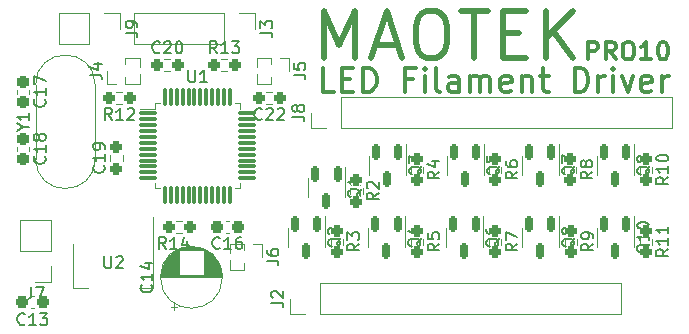
<source format=gbr>
%TF.GenerationSoftware,KiCad,Pcbnew,7.0.9*%
%TF.CreationDate,2025-01-22T01:01:42+01:00*%
%TF.ProjectId,MaotekEDP,4d616f74-656b-4454-9450-2e6b69636164,rev?*%
%TF.SameCoordinates,Original*%
%TF.FileFunction,Legend,Top*%
%TF.FilePolarity,Positive*%
%FSLAX46Y46*%
G04 Gerber Fmt 4.6, Leading zero omitted, Abs format (unit mm)*
G04 Created by KiCad (PCBNEW 7.0.9) date 2025-01-22 01:01:42*
%MOMM*%
%LPD*%
G01*
G04 APERTURE LIST*
G04 Aperture macros list*
%AMRoundRect*
0 Rectangle with rounded corners*
0 $1 Rounding radius*
0 $2 $3 $4 $5 $6 $7 $8 $9 X,Y pos of 4 corners*
0 Add a 4 corners polygon primitive as box body*
4,1,4,$2,$3,$4,$5,$6,$7,$8,$9,$2,$3,0*
0 Add four circle primitives for the rounded corners*
1,1,$1+$1,$2,$3*
1,1,$1+$1,$4,$5*
1,1,$1+$1,$6,$7*
1,1,$1+$1,$8,$9*
0 Add four rect primitives between the rounded corners*
20,1,$1+$1,$2,$3,$4,$5,0*
20,1,$1+$1,$4,$5,$6,$7,0*
20,1,$1+$1,$6,$7,$8,$9,0*
20,1,$1+$1,$8,$9,$2,$3,0*%
G04 Aperture macros list end*
%ADD10C,0.300000*%
%ADD11C,0.350000*%
%ADD12C,0.500000*%
%ADD13C,0.150000*%
%ADD14C,0.120000*%
%ADD15R,1.700000X1.700000*%
%ADD16O,1.700000X1.700000*%
%ADD17C,1.500000*%
%ADD18RoundRect,0.237500X-0.300000X-0.237500X0.300000X-0.237500X0.300000X0.237500X-0.300000X0.237500X0*%
%ADD19RoundRect,0.237500X0.237500X-0.250000X0.237500X0.250000X-0.237500X0.250000X-0.237500X-0.250000X0*%
%ADD20RoundRect,0.237500X-0.237500X0.250000X-0.237500X-0.250000X0.237500X-0.250000X0.237500X0.250000X0*%
%ADD21RoundRect,0.237500X0.250000X0.237500X-0.250000X0.237500X-0.250000X-0.237500X0.250000X-0.237500X0*%
%ADD22RoundRect,0.150000X-0.150000X0.512500X-0.150000X-0.512500X0.150000X-0.512500X0.150000X0.512500X0*%
%ADD23R,1.000000X1.000000*%
%ADD24O,1.000000X1.000000*%
%ADD25RoundRect,0.237500X-0.237500X0.300000X-0.237500X-0.300000X0.237500X-0.300000X0.237500X0.300000X0*%
%ADD26RoundRect,0.237500X0.300000X0.237500X-0.300000X0.237500X-0.300000X-0.237500X0.300000X-0.237500X0*%
%ADD27R,1.600000X1.600000*%
%ADD28C,1.600000*%
%ADD29RoundRect,0.075000X-0.662500X-0.075000X0.662500X-0.075000X0.662500X0.075000X-0.662500X0.075000X0*%
%ADD30RoundRect,0.075000X-0.075000X-0.662500X0.075000X-0.662500X0.075000X0.662500X-0.075000X0.662500X0*%
%ADD31RoundRect,0.237500X-0.250000X-0.237500X0.250000X-0.237500X0.250000X0.237500X-0.250000X0.237500X0*%
%ADD32R,1.500000X2.000000*%
%ADD33R,3.800000X2.000000*%
G04 APERTURE END LIST*
D10*
X197658510Y-52886828D02*
X197658510Y-51386828D01*
X197658510Y-51386828D02*
X198229939Y-51386828D01*
X198229939Y-51386828D02*
X198372796Y-51458257D01*
X198372796Y-51458257D02*
X198444225Y-51529685D01*
X198444225Y-51529685D02*
X198515653Y-51672542D01*
X198515653Y-51672542D02*
X198515653Y-51886828D01*
X198515653Y-51886828D02*
X198444225Y-52029685D01*
X198444225Y-52029685D02*
X198372796Y-52101114D01*
X198372796Y-52101114D02*
X198229939Y-52172542D01*
X198229939Y-52172542D02*
X197658510Y-52172542D01*
X200015653Y-52886828D02*
X199515653Y-52172542D01*
X199158510Y-52886828D02*
X199158510Y-51386828D01*
X199158510Y-51386828D02*
X199729939Y-51386828D01*
X199729939Y-51386828D02*
X199872796Y-51458257D01*
X199872796Y-51458257D02*
X199944225Y-51529685D01*
X199944225Y-51529685D02*
X200015653Y-51672542D01*
X200015653Y-51672542D02*
X200015653Y-51886828D01*
X200015653Y-51886828D02*
X199944225Y-52029685D01*
X199944225Y-52029685D02*
X199872796Y-52101114D01*
X199872796Y-52101114D02*
X199729939Y-52172542D01*
X199729939Y-52172542D02*
X199158510Y-52172542D01*
X200944225Y-51386828D02*
X201229939Y-51386828D01*
X201229939Y-51386828D02*
X201372796Y-51458257D01*
X201372796Y-51458257D02*
X201515653Y-51601114D01*
X201515653Y-51601114D02*
X201587082Y-51886828D01*
X201587082Y-51886828D02*
X201587082Y-52386828D01*
X201587082Y-52386828D02*
X201515653Y-52672542D01*
X201515653Y-52672542D02*
X201372796Y-52815400D01*
X201372796Y-52815400D02*
X201229939Y-52886828D01*
X201229939Y-52886828D02*
X200944225Y-52886828D01*
X200944225Y-52886828D02*
X200801368Y-52815400D01*
X200801368Y-52815400D02*
X200658510Y-52672542D01*
X200658510Y-52672542D02*
X200587082Y-52386828D01*
X200587082Y-52386828D02*
X200587082Y-51886828D01*
X200587082Y-51886828D02*
X200658510Y-51601114D01*
X200658510Y-51601114D02*
X200801368Y-51458257D01*
X200801368Y-51458257D02*
X200944225Y-51386828D01*
X203015654Y-52886828D02*
X202158511Y-52886828D01*
X202587082Y-52886828D02*
X202587082Y-51386828D01*
X202587082Y-51386828D02*
X202444225Y-51601114D01*
X202444225Y-51601114D02*
X202301368Y-51743971D01*
X202301368Y-51743971D02*
X202158511Y-51815400D01*
X203944225Y-51386828D02*
X204087082Y-51386828D01*
X204087082Y-51386828D02*
X204229939Y-51458257D01*
X204229939Y-51458257D02*
X204301368Y-51529685D01*
X204301368Y-51529685D02*
X204372796Y-51672542D01*
X204372796Y-51672542D02*
X204444225Y-51958257D01*
X204444225Y-51958257D02*
X204444225Y-52315400D01*
X204444225Y-52315400D02*
X204372796Y-52601114D01*
X204372796Y-52601114D02*
X204301368Y-52743971D01*
X204301368Y-52743971D02*
X204229939Y-52815400D01*
X204229939Y-52815400D02*
X204087082Y-52886828D01*
X204087082Y-52886828D02*
X203944225Y-52886828D01*
X203944225Y-52886828D02*
X203801368Y-52815400D01*
X203801368Y-52815400D02*
X203729939Y-52743971D01*
X203729939Y-52743971D02*
X203658510Y-52601114D01*
X203658510Y-52601114D02*
X203587082Y-52315400D01*
X203587082Y-52315400D02*
X203587082Y-51958257D01*
X203587082Y-51958257D02*
X203658510Y-51672542D01*
X203658510Y-51672542D02*
X203729939Y-51529685D01*
X203729939Y-51529685D02*
X203801368Y-51458257D01*
X203801368Y-51458257D02*
X203944225Y-51386828D01*
D11*
X176156834Y-55617038D02*
X175204453Y-55617038D01*
X175204453Y-55617038D02*
X175204453Y-53617038D01*
X176823501Y-54569419D02*
X177490168Y-54569419D01*
X177775882Y-55617038D02*
X176823501Y-55617038D01*
X176823501Y-55617038D02*
X176823501Y-53617038D01*
X176823501Y-53617038D02*
X177775882Y-53617038D01*
X178633025Y-55617038D02*
X178633025Y-53617038D01*
X178633025Y-53617038D02*
X179109215Y-53617038D01*
X179109215Y-53617038D02*
X179394930Y-53712276D01*
X179394930Y-53712276D02*
X179585406Y-53902752D01*
X179585406Y-53902752D02*
X179680644Y-54093228D01*
X179680644Y-54093228D02*
X179775882Y-54474180D01*
X179775882Y-54474180D02*
X179775882Y-54759895D01*
X179775882Y-54759895D02*
X179680644Y-55140847D01*
X179680644Y-55140847D02*
X179585406Y-55331323D01*
X179585406Y-55331323D02*
X179394930Y-55521800D01*
X179394930Y-55521800D02*
X179109215Y-55617038D01*
X179109215Y-55617038D02*
X178633025Y-55617038D01*
X182823502Y-54569419D02*
X182156835Y-54569419D01*
X182156835Y-55617038D02*
X182156835Y-53617038D01*
X182156835Y-53617038D02*
X183109216Y-53617038D01*
X183871121Y-55617038D02*
X183871121Y-54283704D01*
X183871121Y-53617038D02*
X183775883Y-53712276D01*
X183775883Y-53712276D02*
X183871121Y-53807514D01*
X183871121Y-53807514D02*
X183966359Y-53712276D01*
X183966359Y-53712276D02*
X183871121Y-53617038D01*
X183871121Y-53617038D02*
X183871121Y-53807514D01*
X185109216Y-55617038D02*
X184918740Y-55521800D01*
X184918740Y-55521800D02*
X184823502Y-55331323D01*
X184823502Y-55331323D02*
X184823502Y-53617038D01*
X186728264Y-55617038D02*
X186728264Y-54569419D01*
X186728264Y-54569419D02*
X186633026Y-54378942D01*
X186633026Y-54378942D02*
X186442550Y-54283704D01*
X186442550Y-54283704D02*
X186061597Y-54283704D01*
X186061597Y-54283704D02*
X185871121Y-54378942D01*
X186728264Y-55521800D02*
X186537788Y-55617038D01*
X186537788Y-55617038D02*
X186061597Y-55617038D01*
X186061597Y-55617038D02*
X185871121Y-55521800D01*
X185871121Y-55521800D02*
X185775883Y-55331323D01*
X185775883Y-55331323D02*
X185775883Y-55140847D01*
X185775883Y-55140847D02*
X185871121Y-54950371D01*
X185871121Y-54950371D02*
X186061597Y-54855133D01*
X186061597Y-54855133D02*
X186537788Y-54855133D01*
X186537788Y-54855133D02*
X186728264Y-54759895D01*
X187680645Y-55617038D02*
X187680645Y-54283704D01*
X187680645Y-54474180D02*
X187775883Y-54378942D01*
X187775883Y-54378942D02*
X187966359Y-54283704D01*
X187966359Y-54283704D02*
X188252074Y-54283704D01*
X188252074Y-54283704D02*
X188442550Y-54378942D01*
X188442550Y-54378942D02*
X188537788Y-54569419D01*
X188537788Y-54569419D02*
X188537788Y-55617038D01*
X188537788Y-54569419D02*
X188633026Y-54378942D01*
X188633026Y-54378942D02*
X188823502Y-54283704D01*
X188823502Y-54283704D02*
X189109216Y-54283704D01*
X189109216Y-54283704D02*
X189299693Y-54378942D01*
X189299693Y-54378942D02*
X189394931Y-54569419D01*
X189394931Y-54569419D02*
X189394931Y-55617038D01*
X191109217Y-55521800D02*
X190918741Y-55617038D01*
X190918741Y-55617038D02*
X190537788Y-55617038D01*
X190537788Y-55617038D02*
X190347312Y-55521800D01*
X190347312Y-55521800D02*
X190252074Y-55331323D01*
X190252074Y-55331323D02*
X190252074Y-54569419D01*
X190252074Y-54569419D02*
X190347312Y-54378942D01*
X190347312Y-54378942D02*
X190537788Y-54283704D01*
X190537788Y-54283704D02*
X190918741Y-54283704D01*
X190918741Y-54283704D02*
X191109217Y-54378942D01*
X191109217Y-54378942D02*
X191204455Y-54569419D01*
X191204455Y-54569419D02*
X191204455Y-54759895D01*
X191204455Y-54759895D02*
X190252074Y-54950371D01*
X192061598Y-54283704D02*
X192061598Y-55617038D01*
X192061598Y-54474180D02*
X192156836Y-54378942D01*
X192156836Y-54378942D02*
X192347312Y-54283704D01*
X192347312Y-54283704D02*
X192633027Y-54283704D01*
X192633027Y-54283704D02*
X192823503Y-54378942D01*
X192823503Y-54378942D02*
X192918741Y-54569419D01*
X192918741Y-54569419D02*
X192918741Y-55617038D01*
X193585408Y-54283704D02*
X194347312Y-54283704D01*
X193871122Y-53617038D02*
X193871122Y-55331323D01*
X193871122Y-55331323D02*
X193966360Y-55521800D01*
X193966360Y-55521800D02*
X194156836Y-55617038D01*
X194156836Y-55617038D02*
X194347312Y-55617038D01*
X196537789Y-55617038D02*
X196537789Y-53617038D01*
X196537789Y-53617038D02*
X197013979Y-53617038D01*
X197013979Y-53617038D02*
X197299694Y-53712276D01*
X197299694Y-53712276D02*
X197490170Y-53902752D01*
X197490170Y-53902752D02*
X197585408Y-54093228D01*
X197585408Y-54093228D02*
X197680646Y-54474180D01*
X197680646Y-54474180D02*
X197680646Y-54759895D01*
X197680646Y-54759895D02*
X197585408Y-55140847D01*
X197585408Y-55140847D02*
X197490170Y-55331323D01*
X197490170Y-55331323D02*
X197299694Y-55521800D01*
X197299694Y-55521800D02*
X197013979Y-55617038D01*
X197013979Y-55617038D02*
X196537789Y-55617038D01*
X198537789Y-55617038D02*
X198537789Y-54283704D01*
X198537789Y-54664657D02*
X198633027Y-54474180D01*
X198633027Y-54474180D02*
X198728265Y-54378942D01*
X198728265Y-54378942D02*
X198918741Y-54283704D01*
X198918741Y-54283704D02*
X199109218Y-54283704D01*
X199775884Y-55617038D02*
X199775884Y-54283704D01*
X199775884Y-53617038D02*
X199680646Y-53712276D01*
X199680646Y-53712276D02*
X199775884Y-53807514D01*
X199775884Y-53807514D02*
X199871122Y-53712276D01*
X199871122Y-53712276D02*
X199775884Y-53617038D01*
X199775884Y-53617038D02*
X199775884Y-53807514D01*
X200537789Y-54283704D02*
X201013979Y-55617038D01*
X201013979Y-55617038D02*
X201490170Y-54283704D01*
X203013980Y-55521800D02*
X202823504Y-55617038D01*
X202823504Y-55617038D02*
X202442551Y-55617038D01*
X202442551Y-55617038D02*
X202252075Y-55521800D01*
X202252075Y-55521800D02*
X202156837Y-55331323D01*
X202156837Y-55331323D02*
X202156837Y-54569419D01*
X202156837Y-54569419D02*
X202252075Y-54378942D01*
X202252075Y-54378942D02*
X202442551Y-54283704D01*
X202442551Y-54283704D02*
X202823504Y-54283704D01*
X202823504Y-54283704D02*
X203013980Y-54378942D01*
X203013980Y-54378942D02*
X203109218Y-54569419D01*
X203109218Y-54569419D02*
X203109218Y-54759895D01*
X203109218Y-54759895D02*
X202156837Y-54950371D01*
X203966361Y-55617038D02*
X203966361Y-54283704D01*
X203966361Y-54664657D02*
X204061599Y-54474180D01*
X204061599Y-54474180D02*
X204156837Y-54378942D01*
X204156837Y-54378942D02*
X204347313Y-54283704D01*
X204347313Y-54283704D02*
X204537790Y-54283704D01*
D12*
X175271327Y-52777476D02*
X175271327Y-48777476D01*
X175271327Y-48777476D02*
X176604661Y-51634619D01*
X176604661Y-51634619D02*
X177937994Y-48777476D01*
X177937994Y-48777476D02*
X177937994Y-52777476D01*
X179652280Y-51634619D02*
X181557042Y-51634619D01*
X179271328Y-52777476D02*
X180604661Y-48777476D01*
X180604661Y-48777476D02*
X181937995Y-52777476D01*
X184033232Y-48777476D02*
X184795137Y-48777476D01*
X184795137Y-48777476D02*
X185176089Y-48967952D01*
X185176089Y-48967952D02*
X185557042Y-49348904D01*
X185557042Y-49348904D02*
X185747518Y-50110809D01*
X185747518Y-50110809D02*
X185747518Y-51444142D01*
X185747518Y-51444142D02*
X185557042Y-52206047D01*
X185557042Y-52206047D02*
X185176089Y-52587000D01*
X185176089Y-52587000D02*
X184795137Y-52777476D01*
X184795137Y-52777476D02*
X184033232Y-52777476D01*
X184033232Y-52777476D02*
X183652280Y-52587000D01*
X183652280Y-52587000D02*
X183271327Y-52206047D01*
X183271327Y-52206047D02*
X183080851Y-51444142D01*
X183080851Y-51444142D02*
X183080851Y-50110809D01*
X183080851Y-50110809D02*
X183271327Y-49348904D01*
X183271327Y-49348904D02*
X183652280Y-48967952D01*
X183652280Y-48967952D02*
X184033232Y-48777476D01*
X186890375Y-48777476D02*
X189176089Y-48777476D01*
X188033232Y-52777476D02*
X188033232Y-48777476D01*
X190509422Y-50682238D02*
X191842756Y-50682238D01*
X192414184Y-52777476D02*
X190509422Y-52777476D01*
X190509422Y-52777476D02*
X190509422Y-48777476D01*
X190509422Y-48777476D02*
X192414184Y-48777476D01*
X194128470Y-52777476D02*
X194128470Y-48777476D01*
X196414185Y-52777476D02*
X194699899Y-50491761D01*
X196414185Y-48777476D02*
X194128470Y-51063190D01*
D13*
X158507819Y-50625333D02*
X159222104Y-50625333D01*
X159222104Y-50625333D02*
X159364961Y-50672952D01*
X159364961Y-50672952D02*
X159460200Y-50768190D01*
X159460200Y-50768190D02*
X159507819Y-50911047D01*
X159507819Y-50911047D02*
X159507819Y-51006285D01*
X159507819Y-50101523D02*
X159507819Y-49911047D01*
X159507819Y-49911047D02*
X159460200Y-49815809D01*
X159460200Y-49815809D02*
X159412580Y-49768190D01*
X159412580Y-49768190D02*
X159269723Y-49672952D01*
X159269723Y-49672952D02*
X159079247Y-49625333D01*
X159079247Y-49625333D02*
X158698295Y-49625333D01*
X158698295Y-49625333D02*
X158603057Y-49672952D01*
X158603057Y-49672952D02*
X158555438Y-49720571D01*
X158555438Y-49720571D02*
X158507819Y-49815809D01*
X158507819Y-49815809D02*
X158507819Y-50006285D01*
X158507819Y-50006285D02*
X158555438Y-50101523D01*
X158555438Y-50101523D02*
X158603057Y-50149142D01*
X158603057Y-50149142D02*
X158698295Y-50196761D01*
X158698295Y-50196761D02*
X158936390Y-50196761D01*
X158936390Y-50196761D02*
X159031628Y-50149142D01*
X159031628Y-50149142D02*
X159079247Y-50101523D01*
X159079247Y-50101523D02*
X159126866Y-50006285D01*
X159126866Y-50006285D02*
X159126866Y-49815809D01*
X159126866Y-49815809D02*
X159079247Y-49720571D01*
X159079247Y-49720571D02*
X159031628Y-49672952D01*
X159031628Y-49672952D02*
X158936390Y-49625333D01*
X172638819Y-57737333D02*
X173353104Y-57737333D01*
X173353104Y-57737333D02*
X173495961Y-57784952D01*
X173495961Y-57784952D02*
X173591200Y-57880190D01*
X173591200Y-57880190D02*
X173638819Y-58023047D01*
X173638819Y-58023047D02*
X173638819Y-58118285D01*
X173067390Y-57118285D02*
X173019771Y-57213523D01*
X173019771Y-57213523D02*
X172972152Y-57261142D01*
X172972152Y-57261142D02*
X172876914Y-57308761D01*
X172876914Y-57308761D02*
X172829295Y-57308761D01*
X172829295Y-57308761D02*
X172734057Y-57261142D01*
X172734057Y-57261142D02*
X172686438Y-57213523D01*
X172686438Y-57213523D02*
X172638819Y-57118285D01*
X172638819Y-57118285D02*
X172638819Y-56927809D01*
X172638819Y-56927809D02*
X172686438Y-56832571D01*
X172686438Y-56832571D02*
X172734057Y-56784952D01*
X172734057Y-56784952D02*
X172829295Y-56737333D01*
X172829295Y-56737333D02*
X172876914Y-56737333D01*
X172876914Y-56737333D02*
X172972152Y-56784952D01*
X172972152Y-56784952D02*
X173019771Y-56832571D01*
X173019771Y-56832571D02*
X173067390Y-56927809D01*
X173067390Y-56927809D02*
X173067390Y-57118285D01*
X173067390Y-57118285D02*
X173115009Y-57213523D01*
X173115009Y-57213523D02*
X173162628Y-57261142D01*
X173162628Y-57261142D02*
X173257866Y-57308761D01*
X173257866Y-57308761D02*
X173448342Y-57308761D01*
X173448342Y-57308761D02*
X173543580Y-57261142D01*
X173543580Y-57261142D02*
X173591200Y-57213523D01*
X173591200Y-57213523D02*
X173638819Y-57118285D01*
X173638819Y-57118285D02*
X173638819Y-56927809D01*
X173638819Y-56927809D02*
X173591200Y-56832571D01*
X173591200Y-56832571D02*
X173543580Y-56784952D01*
X173543580Y-56784952D02*
X173448342Y-56737333D01*
X173448342Y-56737333D02*
X173257866Y-56737333D01*
X173257866Y-56737333D02*
X173162628Y-56784952D01*
X173162628Y-56784952D02*
X173115009Y-56832571D01*
X173115009Y-56832571D02*
X173067390Y-56927809D01*
X149869628Y-58642190D02*
X150345819Y-58642190D01*
X149345819Y-58975523D02*
X149869628Y-58642190D01*
X149869628Y-58642190D02*
X149345819Y-58308857D01*
X150345819Y-57451714D02*
X150345819Y-58023142D01*
X150345819Y-57737428D02*
X149345819Y-57737428D01*
X149345819Y-57737428D02*
X149488676Y-57832666D01*
X149488676Y-57832666D02*
X149583914Y-57927904D01*
X149583914Y-57927904D02*
X149631533Y-58023142D01*
X149979142Y-75289580D02*
X149931523Y-75337200D01*
X149931523Y-75337200D02*
X149788666Y-75384819D01*
X149788666Y-75384819D02*
X149693428Y-75384819D01*
X149693428Y-75384819D02*
X149550571Y-75337200D01*
X149550571Y-75337200D02*
X149455333Y-75241961D01*
X149455333Y-75241961D02*
X149407714Y-75146723D01*
X149407714Y-75146723D02*
X149360095Y-74956247D01*
X149360095Y-74956247D02*
X149360095Y-74813390D01*
X149360095Y-74813390D02*
X149407714Y-74622914D01*
X149407714Y-74622914D02*
X149455333Y-74527676D01*
X149455333Y-74527676D02*
X149550571Y-74432438D01*
X149550571Y-74432438D02*
X149693428Y-74384819D01*
X149693428Y-74384819D02*
X149788666Y-74384819D01*
X149788666Y-74384819D02*
X149931523Y-74432438D01*
X149931523Y-74432438D02*
X149979142Y-74480057D01*
X150931523Y-75384819D02*
X150360095Y-75384819D01*
X150645809Y-75384819D02*
X150645809Y-74384819D01*
X150645809Y-74384819D02*
X150550571Y-74527676D01*
X150550571Y-74527676D02*
X150455333Y-74622914D01*
X150455333Y-74622914D02*
X150360095Y-74670533D01*
X151264857Y-74384819D02*
X151883904Y-74384819D01*
X151883904Y-74384819D02*
X151550571Y-74765771D01*
X151550571Y-74765771D02*
X151693428Y-74765771D01*
X151693428Y-74765771D02*
X151788666Y-74813390D01*
X151788666Y-74813390D02*
X151836285Y-74861009D01*
X151836285Y-74861009D02*
X151883904Y-74956247D01*
X151883904Y-74956247D02*
X151883904Y-75194342D01*
X151883904Y-75194342D02*
X151836285Y-75289580D01*
X151836285Y-75289580D02*
X151788666Y-75337200D01*
X151788666Y-75337200D02*
X151693428Y-75384819D01*
X151693428Y-75384819D02*
X151407714Y-75384819D01*
X151407714Y-75384819D02*
X151312476Y-75337200D01*
X151312476Y-75337200D02*
X151264857Y-75289580D01*
X169932819Y-50625333D02*
X170647104Y-50625333D01*
X170647104Y-50625333D02*
X170789961Y-50672952D01*
X170789961Y-50672952D02*
X170885200Y-50768190D01*
X170885200Y-50768190D02*
X170932819Y-50911047D01*
X170932819Y-50911047D02*
X170932819Y-51006285D01*
X169932819Y-50244380D02*
X169932819Y-49625333D01*
X169932819Y-49625333D02*
X170313771Y-49958666D01*
X170313771Y-49958666D02*
X170313771Y-49815809D01*
X170313771Y-49815809D02*
X170361390Y-49720571D01*
X170361390Y-49720571D02*
X170409009Y-49672952D01*
X170409009Y-49672952D02*
X170504247Y-49625333D01*
X170504247Y-49625333D02*
X170742342Y-49625333D01*
X170742342Y-49625333D02*
X170837580Y-49672952D01*
X170837580Y-49672952D02*
X170885200Y-49720571D01*
X170885200Y-49720571D02*
X170932819Y-49815809D01*
X170932819Y-49815809D02*
X170932819Y-50101523D01*
X170932819Y-50101523D02*
X170885200Y-50196761D01*
X170885200Y-50196761D02*
X170837580Y-50244380D01*
X156663580Y-61856857D02*
X156711200Y-61904476D01*
X156711200Y-61904476D02*
X156758819Y-62047333D01*
X156758819Y-62047333D02*
X156758819Y-62142571D01*
X156758819Y-62142571D02*
X156711200Y-62285428D01*
X156711200Y-62285428D02*
X156615961Y-62380666D01*
X156615961Y-62380666D02*
X156520723Y-62428285D01*
X156520723Y-62428285D02*
X156330247Y-62475904D01*
X156330247Y-62475904D02*
X156187390Y-62475904D01*
X156187390Y-62475904D02*
X155996914Y-62428285D01*
X155996914Y-62428285D02*
X155901676Y-62380666D01*
X155901676Y-62380666D02*
X155806438Y-62285428D01*
X155806438Y-62285428D02*
X155758819Y-62142571D01*
X155758819Y-62142571D02*
X155758819Y-62047333D01*
X155758819Y-62047333D02*
X155806438Y-61904476D01*
X155806438Y-61904476D02*
X155854057Y-61856857D01*
X156758819Y-60904476D02*
X156758819Y-61475904D01*
X156758819Y-61190190D02*
X155758819Y-61190190D01*
X155758819Y-61190190D02*
X155901676Y-61285428D01*
X155901676Y-61285428D02*
X155996914Y-61380666D01*
X155996914Y-61380666D02*
X156044533Y-61475904D01*
X156758819Y-60428285D02*
X156758819Y-60237809D01*
X156758819Y-60237809D02*
X156711200Y-60142571D01*
X156711200Y-60142571D02*
X156663580Y-60094952D01*
X156663580Y-60094952D02*
X156520723Y-59999714D01*
X156520723Y-59999714D02*
X156330247Y-59952095D01*
X156330247Y-59952095D02*
X155949295Y-59952095D01*
X155949295Y-59952095D02*
X155854057Y-59999714D01*
X155854057Y-59999714D02*
X155806438Y-60047333D01*
X155806438Y-60047333D02*
X155758819Y-60142571D01*
X155758819Y-60142571D02*
X155758819Y-60333047D01*
X155758819Y-60333047D02*
X155806438Y-60428285D01*
X155806438Y-60428285D02*
X155854057Y-60475904D01*
X155854057Y-60475904D02*
X155949295Y-60523523D01*
X155949295Y-60523523D02*
X156187390Y-60523523D01*
X156187390Y-60523523D02*
X156282628Y-60475904D01*
X156282628Y-60475904D02*
X156330247Y-60428285D01*
X156330247Y-60428285D02*
X156377866Y-60333047D01*
X156377866Y-60333047D02*
X156377866Y-60142571D01*
X156377866Y-60142571D02*
X156330247Y-60047333D01*
X156330247Y-60047333D02*
X156282628Y-59999714D01*
X156282628Y-59999714D02*
X156187390Y-59952095D01*
X204454819Y-68957857D02*
X203978628Y-69291190D01*
X204454819Y-69529285D02*
X203454819Y-69529285D01*
X203454819Y-69529285D02*
X203454819Y-69148333D01*
X203454819Y-69148333D02*
X203502438Y-69053095D01*
X203502438Y-69053095D02*
X203550057Y-69005476D01*
X203550057Y-69005476D02*
X203645295Y-68957857D01*
X203645295Y-68957857D02*
X203788152Y-68957857D01*
X203788152Y-68957857D02*
X203883390Y-69005476D01*
X203883390Y-69005476D02*
X203931009Y-69053095D01*
X203931009Y-69053095D02*
X203978628Y-69148333D01*
X203978628Y-69148333D02*
X203978628Y-69529285D01*
X204454819Y-68005476D02*
X204454819Y-68576904D01*
X204454819Y-68291190D02*
X203454819Y-68291190D01*
X203454819Y-68291190D02*
X203597676Y-68386428D01*
X203597676Y-68386428D02*
X203692914Y-68481666D01*
X203692914Y-68481666D02*
X203740533Y-68576904D01*
X204454819Y-67053095D02*
X204454819Y-67624523D01*
X204454819Y-67338809D02*
X203454819Y-67338809D01*
X203454819Y-67338809D02*
X203597676Y-67434047D01*
X203597676Y-67434047D02*
X203692914Y-67529285D01*
X203692914Y-67529285D02*
X203740533Y-67624523D01*
X161917142Y-68940819D02*
X161583809Y-68464628D01*
X161345714Y-68940819D02*
X161345714Y-67940819D01*
X161345714Y-67940819D02*
X161726666Y-67940819D01*
X161726666Y-67940819D02*
X161821904Y-67988438D01*
X161821904Y-67988438D02*
X161869523Y-68036057D01*
X161869523Y-68036057D02*
X161917142Y-68131295D01*
X161917142Y-68131295D02*
X161917142Y-68274152D01*
X161917142Y-68274152D02*
X161869523Y-68369390D01*
X161869523Y-68369390D02*
X161821904Y-68417009D01*
X161821904Y-68417009D02*
X161726666Y-68464628D01*
X161726666Y-68464628D02*
X161345714Y-68464628D01*
X162869523Y-68940819D02*
X162298095Y-68940819D01*
X162583809Y-68940819D02*
X162583809Y-67940819D01*
X162583809Y-67940819D02*
X162488571Y-68083676D01*
X162488571Y-68083676D02*
X162393333Y-68178914D01*
X162393333Y-68178914D02*
X162298095Y-68226533D01*
X163726666Y-68274152D02*
X163726666Y-68940819D01*
X163488571Y-67893200D02*
X163250476Y-68607485D01*
X163250476Y-68607485D02*
X163869523Y-68607485D01*
X196564057Y-61938738D02*
X196516438Y-62033976D01*
X196516438Y-62033976D02*
X196421200Y-62129214D01*
X196421200Y-62129214D02*
X196278342Y-62272071D01*
X196278342Y-62272071D02*
X196230723Y-62367309D01*
X196230723Y-62367309D02*
X196230723Y-62462547D01*
X196468819Y-62414928D02*
X196421200Y-62510166D01*
X196421200Y-62510166D02*
X196325961Y-62605404D01*
X196325961Y-62605404D02*
X196135485Y-62653023D01*
X196135485Y-62653023D02*
X195802152Y-62653023D01*
X195802152Y-62653023D02*
X195611676Y-62605404D01*
X195611676Y-62605404D02*
X195516438Y-62510166D01*
X195516438Y-62510166D02*
X195468819Y-62414928D01*
X195468819Y-62414928D02*
X195468819Y-62224452D01*
X195468819Y-62224452D02*
X195516438Y-62129214D01*
X195516438Y-62129214D02*
X195611676Y-62033976D01*
X195611676Y-62033976D02*
X195802152Y-61986357D01*
X195802152Y-61986357D02*
X196135485Y-61986357D01*
X196135485Y-61986357D02*
X196325961Y-62033976D01*
X196325961Y-62033976D02*
X196421200Y-62129214D01*
X196421200Y-62129214D02*
X196468819Y-62224452D01*
X196468819Y-62224452D02*
X196468819Y-62414928D01*
X195468819Y-61653023D02*
X195468819Y-60986357D01*
X195468819Y-60986357D02*
X196468819Y-61414928D01*
X150542666Y-72147819D02*
X150542666Y-72862104D01*
X150542666Y-72862104D02*
X150495047Y-73004961D01*
X150495047Y-73004961D02*
X150399809Y-73100200D01*
X150399809Y-73100200D02*
X150256952Y-73147819D01*
X150256952Y-73147819D02*
X150161714Y-73147819D01*
X150923619Y-72147819D02*
X151590285Y-72147819D01*
X151590285Y-72147819D02*
X151161714Y-73147819D01*
X155493819Y-54181333D02*
X156208104Y-54181333D01*
X156208104Y-54181333D02*
X156350961Y-54228952D01*
X156350961Y-54228952D02*
X156446200Y-54324190D01*
X156446200Y-54324190D02*
X156493819Y-54467047D01*
X156493819Y-54467047D02*
X156493819Y-54562285D01*
X155827152Y-53276571D02*
X156493819Y-53276571D01*
X155446200Y-53514666D02*
X156160485Y-53752761D01*
X156160485Y-53752761D02*
X156160485Y-53133714D01*
X196564057Y-68034738D02*
X196516438Y-68129976D01*
X196516438Y-68129976D02*
X196421200Y-68225214D01*
X196421200Y-68225214D02*
X196278342Y-68368071D01*
X196278342Y-68368071D02*
X196230723Y-68463309D01*
X196230723Y-68463309D02*
X196230723Y-68558547D01*
X196468819Y-68510928D02*
X196421200Y-68606166D01*
X196421200Y-68606166D02*
X196325961Y-68701404D01*
X196325961Y-68701404D02*
X196135485Y-68749023D01*
X196135485Y-68749023D02*
X195802152Y-68749023D01*
X195802152Y-68749023D02*
X195611676Y-68701404D01*
X195611676Y-68701404D02*
X195516438Y-68606166D01*
X195516438Y-68606166D02*
X195468819Y-68510928D01*
X195468819Y-68510928D02*
X195468819Y-68320452D01*
X195468819Y-68320452D02*
X195516438Y-68225214D01*
X195516438Y-68225214D02*
X195611676Y-68129976D01*
X195611676Y-68129976D02*
X195802152Y-68082357D01*
X195802152Y-68082357D02*
X196135485Y-68082357D01*
X196135485Y-68082357D02*
X196325961Y-68129976D01*
X196325961Y-68129976D02*
X196421200Y-68225214D01*
X196421200Y-68225214D02*
X196468819Y-68320452D01*
X196468819Y-68320452D02*
X196468819Y-68510928D01*
X195897390Y-67510928D02*
X195849771Y-67606166D01*
X195849771Y-67606166D02*
X195802152Y-67653785D01*
X195802152Y-67653785D02*
X195706914Y-67701404D01*
X195706914Y-67701404D02*
X195659295Y-67701404D01*
X195659295Y-67701404D02*
X195564057Y-67653785D01*
X195564057Y-67653785D02*
X195516438Y-67606166D01*
X195516438Y-67606166D02*
X195468819Y-67510928D01*
X195468819Y-67510928D02*
X195468819Y-67320452D01*
X195468819Y-67320452D02*
X195516438Y-67225214D01*
X195516438Y-67225214D02*
X195564057Y-67177595D01*
X195564057Y-67177595D02*
X195659295Y-67129976D01*
X195659295Y-67129976D02*
X195706914Y-67129976D01*
X195706914Y-67129976D02*
X195802152Y-67177595D01*
X195802152Y-67177595D02*
X195849771Y-67225214D01*
X195849771Y-67225214D02*
X195897390Y-67320452D01*
X195897390Y-67320452D02*
X195897390Y-67510928D01*
X195897390Y-67510928D02*
X195945009Y-67606166D01*
X195945009Y-67606166D02*
X195992628Y-67653785D01*
X195992628Y-67653785D02*
X196087866Y-67701404D01*
X196087866Y-67701404D02*
X196278342Y-67701404D01*
X196278342Y-67701404D02*
X196373580Y-67653785D01*
X196373580Y-67653785D02*
X196421200Y-67606166D01*
X196421200Y-67606166D02*
X196468819Y-67510928D01*
X196468819Y-67510928D02*
X196468819Y-67320452D01*
X196468819Y-67320452D02*
X196421200Y-67225214D01*
X196421200Y-67225214D02*
X196373580Y-67177595D01*
X196373580Y-67177595D02*
X196278342Y-67129976D01*
X196278342Y-67129976D02*
X196087866Y-67129976D01*
X196087866Y-67129976D02*
X195992628Y-67177595D01*
X195992628Y-67177595D02*
X195945009Y-67225214D01*
X195945009Y-67225214D02*
X195897390Y-67320452D01*
X191688819Y-62385666D02*
X191212628Y-62718999D01*
X191688819Y-62957094D02*
X190688819Y-62957094D01*
X190688819Y-62957094D02*
X190688819Y-62576142D01*
X190688819Y-62576142D02*
X190736438Y-62480904D01*
X190736438Y-62480904D02*
X190784057Y-62433285D01*
X190784057Y-62433285D02*
X190879295Y-62385666D01*
X190879295Y-62385666D02*
X191022152Y-62385666D01*
X191022152Y-62385666D02*
X191117390Y-62433285D01*
X191117390Y-62433285D02*
X191165009Y-62480904D01*
X191165009Y-62480904D02*
X191212628Y-62576142D01*
X191212628Y-62576142D02*
X191212628Y-62957094D01*
X190688819Y-61528523D02*
X190688819Y-61718999D01*
X190688819Y-61718999D02*
X190736438Y-61814237D01*
X190736438Y-61814237D02*
X190784057Y-61861856D01*
X190784057Y-61861856D02*
X190926914Y-61957094D01*
X190926914Y-61957094D02*
X191117390Y-62004713D01*
X191117390Y-62004713D02*
X191498342Y-62004713D01*
X191498342Y-62004713D02*
X191593580Y-61957094D01*
X191593580Y-61957094D02*
X191641200Y-61909475D01*
X191641200Y-61909475D02*
X191688819Y-61814237D01*
X191688819Y-61814237D02*
X191688819Y-61623761D01*
X191688819Y-61623761D02*
X191641200Y-61528523D01*
X191641200Y-61528523D02*
X191593580Y-61480904D01*
X191593580Y-61480904D02*
X191498342Y-61433285D01*
X191498342Y-61433285D02*
X191260247Y-61433285D01*
X191260247Y-61433285D02*
X191165009Y-61480904D01*
X191165009Y-61480904D02*
X191117390Y-61528523D01*
X191117390Y-61528523D02*
X191069771Y-61623761D01*
X191069771Y-61623761D02*
X191069771Y-61814237D01*
X191069771Y-61814237D02*
X191117390Y-61909475D01*
X191117390Y-61909475D02*
X191165009Y-61957094D01*
X191165009Y-61957094D02*
X191260247Y-62004713D01*
X151649580Y-61094857D02*
X151697200Y-61142476D01*
X151697200Y-61142476D02*
X151744819Y-61285333D01*
X151744819Y-61285333D02*
X151744819Y-61380571D01*
X151744819Y-61380571D02*
X151697200Y-61523428D01*
X151697200Y-61523428D02*
X151601961Y-61618666D01*
X151601961Y-61618666D02*
X151506723Y-61666285D01*
X151506723Y-61666285D02*
X151316247Y-61713904D01*
X151316247Y-61713904D02*
X151173390Y-61713904D01*
X151173390Y-61713904D02*
X150982914Y-61666285D01*
X150982914Y-61666285D02*
X150887676Y-61618666D01*
X150887676Y-61618666D02*
X150792438Y-61523428D01*
X150792438Y-61523428D02*
X150744819Y-61380571D01*
X150744819Y-61380571D02*
X150744819Y-61285333D01*
X150744819Y-61285333D02*
X150792438Y-61142476D01*
X150792438Y-61142476D02*
X150840057Y-61094857D01*
X151744819Y-60142476D02*
X151744819Y-60713904D01*
X151744819Y-60428190D02*
X150744819Y-60428190D01*
X150744819Y-60428190D02*
X150887676Y-60523428D01*
X150887676Y-60523428D02*
X150982914Y-60618666D01*
X150982914Y-60618666D02*
X151030533Y-60713904D01*
X151173390Y-59571047D02*
X151125771Y-59666285D01*
X151125771Y-59666285D02*
X151078152Y-59713904D01*
X151078152Y-59713904D02*
X150982914Y-59761523D01*
X150982914Y-59761523D02*
X150935295Y-59761523D01*
X150935295Y-59761523D02*
X150840057Y-59713904D01*
X150840057Y-59713904D02*
X150792438Y-59666285D01*
X150792438Y-59666285D02*
X150744819Y-59571047D01*
X150744819Y-59571047D02*
X150744819Y-59380571D01*
X150744819Y-59380571D02*
X150792438Y-59285333D01*
X150792438Y-59285333D02*
X150840057Y-59237714D01*
X150840057Y-59237714D02*
X150935295Y-59190095D01*
X150935295Y-59190095D02*
X150982914Y-59190095D01*
X150982914Y-59190095D02*
X151078152Y-59237714D01*
X151078152Y-59237714D02*
X151125771Y-59285333D01*
X151125771Y-59285333D02*
X151173390Y-59380571D01*
X151173390Y-59380571D02*
X151173390Y-59571047D01*
X151173390Y-59571047D02*
X151221009Y-59666285D01*
X151221009Y-59666285D02*
X151268628Y-59713904D01*
X151268628Y-59713904D02*
X151363866Y-59761523D01*
X151363866Y-59761523D02*
X151554342Y-59761523D01*
X151554342Y-59761523D02*
X151649580Y-59713904D01*
X151649580Y-59713904D02*
X151697200Y-59666285D01*
X151697200Y-59666285D02*
X151744819Y-59571047D01*
X151744819Y-59571047D02*
X151744819Y-59380571D01*
X151744819Y-59380571D02*
X151697200Y-59285333D01*
X151697200Y-59285333D02*
X151649580Y-59237714D01*
X151649580Y-59237714D02*
X151554342Y-59190095D01*
X151554342Y-59190095D02*
X151363866Y-59190095D01*
X151363866Y-59190095D02*
X151268628Y-59237714D01*
X151268628Y-59237714D02*
X151221009Y-59285333D01*
X151221009Y-59285333D02*
X151173390Y-59380571D01*
X178464057Y-63849238D02*
X178416438Y-63944476D01*
X178416438Y-63944476D02*
X178321200Y-64039714D01*
X178321200Y-64039714D02*
X178178342Y-64182571D01*
X178178342Y-64182571D02*
X178130723Y-64277809D01*
X178130723Y-64277809D02*
X178130723Y-64373047D01*
X178368819Y-64325428D02*
X178321200Y-64420666D01*
X178321200Y-64420666D02*
X178225961Y-64515904D01*
X178225961Y-64515904D02*
X178035485Y-64563523D01*
X178035485Y-64563523D02*
X177702152Y-64563523D01*
X177702152Y-64563523D02*
X177511676Y-64515904D01*
X177511676Y-64515904D02*
X177416438Y-64420666D01*
X177416438Y-64420666D02*
X177368819Y-64325428D01*
X177368819Y-64325428D02*
X177368819Y-64134952D01*
X177368819Y-64134952D02*
X177416438Y-64039714D01*
X177416438Y-64039714D02*
X177511676Y-63944476D01*
X177511676Y-63944476D02*
X177702152Y-63896857D01*
X177702152Y-63896857D02*
X178035485Y-63896857D01*
X178035485Y-63896857D02*
X178225961Y-63944476D01*
X178225961Y-63944476D02*
X178321200Y-64039714D01*
X178321200Y-64039714D02*
X178368819Y-64134952D01*
X178368819Y-64134952D02*
X178368819Y-64325428D01*
X178368819Y-62944476D02*
X178368819Y-63515904D01*
X178368819Y-63230190D02*
X177368819Y-63230190D01*
X177368819Y-63230190D02*
X177511676Y-63325428D01*
X177511676Y-63325428D02*
X177606914Y-63420666D01*
X177606914Y-63420666D02*
X177654533Y-63515904D01*
X166489142Y-68845580D02*
X166441523Y-68893200D01*
X166441523Y-68893200D02*
X166298666Y-68940819D01*
X166298666Y-68940819D02*
X166203428Y-68940819D01*
X166203428Y-68940819D02*
X166060571Y-68893200D01*
X166060571Y-68893200D02*
X165965333Y-68797961D01*
X165965333Y-68797961D02*
X165917714Y-68702723D01*
X165917714Y-68702723D02*
X165870095Y-68512247D01*
X165870095Y-68512247D02*
X165870095Y-68369390D01*
X165870095Y-68369390D02*
X165917714Y-68178914D01*
X165917714Y-68178914D02*
X165965333Y-68083676D01*
X165965333Y-68083676D02*
X166060571Y-67988438D01*
X166060571Y-67988438D02*
X166203428Y-67940819D01*
X166203428Y-67940819D02*
X166298666Y-67940819D01*
X166298666Y-67940819D02*
X166441523Y-67988438D01*
X166441523Y-67988438D02*
X166489142Y-68036057D01*
X167441523Y-68940819D02*
X166870095Y-68940819D01*
X167155809Y-68940819D02*
X167155809Y-67940819D01*
X167155809Y-67940819D02*
X167060571Y-68083676D01*
X167060571Y-68083676D02*
X166965333Y-68178914D01*
X166965333Y-68178914D02*
X166870095Y-68226533D01*
X168298666Y-67940819D02*
X168108190Y-67940819D01*
X168108190Y-67940819D02*
X168012952Y-67988438D01*
X168012952Y-67988438D02*
X167965333Y-68036057D01*
X167965333Y-68036057D02*
X167870095Y-68178914D01*
X167870095Y-68178914D02*
X167822476Y-68369390D01*
X167822476Y-68369390D02*
X167822476Y-68750342D01*
X167822476Y-68750342D02*
X167870095Y-68845580D01*
X167870095Y-68845580D02*
X167917714Y-68893200D01*
X167917714Y-68893200D02*
X168012952Y-68940819D01*
X168012952Y-68940819D02*
X168203428Y-68940819D01*
X168203428Y-68940819D02*
X168298666Y-68893200D01*
X168298666Y-68893200D02*
X168346285Y-68845580D01*
X168346285Y-68845580D02*
X168393904Y-68750342D01*
X168393904Y-68750342D02*
X168393904Y-68512247D01*
X168393904Y-68512247D02*
X168346285Y-68417009D01*
X168346285Y-68417009D02*
X168298666Y-68369390D01*
X168298666Y-68369390D02*
X168203428Y-68321771D01*
X168203428Y-68321771D02*
X168012952Y-68321771D01*
X168012952Y-68321771D02*
X167917714Y-68369390D01*
X167917714Y-68369390D02*
X167870095Y-68417009D01*
X167870095Y-68417009D02*
X167822476Y-68512247D01*
X170045142Y-57923580D02*
X169997523Y-57971200D01*
X169997523Y-57971200D02*
X169854666Y-58018819D01*
X169854666Y-58018819D02*
X169759428Y-58018819D01*
X169759428Y-58018819D02*
X169616571Y-57971200D01*
X169616571Y-57971200D02*
X169521333Y-57875961D01*
X169521333Y-57875961D02*
X169473714Y-57780723D01*
X169473714Y-57780723D02*
X169426095Y-57590247D01*
X169426095Y-57590247D02*
X169426095Y-57447390D01*
X169426095Y-57447390D02*
X169473714Y-57256914D01*
X169473714Y-57256914D02*
X169521333Y-57161676D01*
X169521333Y-57161676D02*
X169616571Y-57066438D01*
X169616571Y-57066438D02*
X169759428Y-57018819D01*
X169759428Y-57018819D02*
X169854666Y-57018819D01*
X169854666Y-57018819D02*
X169997523Y-57066438D01*
X169997523Y-57066438D02*
X170045142Y-57114057D01*
X170426095Y-57114057D02*
X170473714Y-57066438D01*
X170473714Y-57066438D02*
X170568952Y-57018819D01*
X170568952Y-57018819D02*
X170807047Y-57018819D01*
X170807047Y-57018819D02*
X170902285Y-57066438D01*
X170902285Y-57066438D02*
X170949904Y-57114057D01*
X170949904Y-57114057D02*
X170997523Y-57209295D01*
X170997523Y-57209295D02*
X170997523Y-57304533D01*
X170997523Y-57304533D02*
X170949904Y-57447390D01*
X170949904Y-57447390D02*
X170378476Y-58018819D01*
X170378476Y-58018819D02*
X170997523Y-58018819D01*
X171378476Y-57114057D02*
X171426095Y-57066438D01*
X171426095Y-57066438D02*
X171521333Y-57018819D01*
X171521333Y-57018819D02*
X171759428Y-57018819D01*
X171759428Y-57018819D02*
X171854666Y-57066438D01*
X171854666Y-57066438D02*
X171902285Y-57114057D01*
X171902285Y-57114057D02*
X171949904Y-57209295D01*
X171949904Y-57209295D02*
X171949904Y-57304533D01*
X171949904Y-57304533D02*
X171902285Y-57447390D01*
X171902285Y-57447390D02*
X171330857Y-58018819D01*
X171330857Y-58018819D02*
X171949904Y-58018819D01*
X157345142Y-58018819D02*
X157011809Y-57542628D01*
X156773714Y-58018819D02*
X156773714Y-57018819D01*
X156773714Y-57018819D02*
X157154666Y-57018819D01*
X157154666Y-57018819D02*
X157249904Y-57066438D01*
X157249904Y-57066438D02*
X157297523Y-57114057D01*
X157297523Y-57114057D02*
X157345142Y-57209295D01*
X157345142Y-57209295D02*
X157345142Y-57352152D01*
X157345142Y-57352152D02*
X157297523Y-57447390D01*
X157297523Y-57447390D02*
X157249904Y-57495009D01*
X157249904Y-57495009D02*
X157154666Y-57542628D01*
X157154666Y-57542628D02*
X156773714Y-57542628D01*
X158297523Y-58018819D02*
X157726095Y-58018819D01*
X158011809Y-58018819D02*
X158011809Y-57018819D01*
X158011809Y-57018819D02*
X157916571Y-57161676D01*
X157916571Y-57161676D02*
X157821333Y-57256914D01*
X157821333Y-57256914D02*
X157726095Y-57304533D01*
X158678476Y-57114057D02*
X158726095Y-57066438D01*
X158726095Y-57066438D02*
X158821333Y-57018819D01*
X158821333Y-57018819D02*
X159059428Y-57018819D01*
X159059428Y-57018819D02*
X159154666Y-57066438D01*
X159154666Y-57066438D02*
X159202285Y-57114057D01*
X159202285Y-57114057D02*
X159249904Y-57209295D01*
X159249904Y-57209295D02*
X159249904Y-57304533D01*
X159249904Y-57304533D02*
X159202285Y-57447390D01*
X159202285Y-57447390D02*
X158630857Y-58018819D01*
X158630857Y-58018819D02*
X159249904Y-58018819D01*
X183610057Y-61938738D02*
X183562438Y-62033976D01*
X183562438Y-62033976D02*
X183467200Y-62129214D01*
X183467200Y-62129214D02*
X183324342Y-62272071D01*
X183324342Y-62272071D02*
X183276723Y-62367309D01*
X183276723Y-62367309D02*
X183276723Y-62462547D01*
X183514819Y-62414928D02*
X183467200Y-62510166D01*
X183467200Y-62510166D02*
X183371961Y-62605404D01*
X183371961Y-62605404D02*
X183181485Y-62653023D01*
X183181485Y-62653023D02*
X182848152Y-62653023D01*
X182848152Y-62653023D02*
X182657676Y-62605404D01*
X182657676Y-62605404D02*
X182562438Y-62510166D01*
X182562438Y-62510166D02*
X182514819Y-62414928D01*
X182514819Y-62414928D02*
X182514819Y-62224452D01*
X182514819Y-62224452D02*
X182562438Y-62129214D01*
X182562438Y-62129214D02*
X182657676Y-62033976D01*
X182657676Y-62033976D02*
X182848152Y-61986357D01*
X182848152Y-61986357D02*
X183181485Y-61986357D01*
X183181485Y-61986357D02*
X183371961Y-62033976D01*
X183371961Y-62033976D02*
X183467200Y-62129214D01*
X183467200Y-62129214D02*
X183514819Y-62224452D01*
X183514819Y-62224452D02*
X183514819Y-62414928D01*
X182514819Y-61653023D02*
X182514819Y-61033976D01*
X182514819Y-61033976D02*
X182895771Y-61367309D01*
X182895771Y-61367309D02*
X182895771Y-61224452D01*
X182895771Y-61224452D02*
X182943390Y-61129214D01*
X182943390Y-61129214D02*
X182991009Y-61081595D01*
X182991009Y-61081595D02*
X183086247Y-61033976D01*
X183086247Y-61033976D02*
X183324342Y-61033976D01*
X183324342Y-61033976D02*
X183419580Y-61081595D01*
X183419580Y-61081595D02*
X183467200Y-61129214D01*
X183467200Y-61129214D02*
X183514819Y-61224452D01*
X183514819Y-61224452D02*
X183514819Y-61510166D01*
X183514819Y-61510166D02*
X183467200Y-61605404D01*
X183467200Y-61605404D02*
X183419580Y-61653023D01*
X160693580Y-71971970D02*
X160741200Y-72019589D01*
X160741200Y-72019589D02*
X160788819Y-72162446D01*
X160788819Y-72162446D02*
X160788819Y-72257684D01*
X160788819Y-72257684D02*
X160741200Y-72400541D01*
X160741200Y-72400541D02*
X160645961Y-72495779D01*
X160645961Y-72495779D02*
X160550723Y-72543398D01*
X160550723Y-72543398D02*
X160360247Y-72591017D01*
X160360247Y-72591017D02*
X160217390Y-72591017D01*
X160217390Y-72591017D02*
X160026914Y-72543398D01*
X160026914Y-72543398D02*
X159931676Y-72495779D01*
X159931676Y-72495779D02*
X159836438Y-72400541D01*
X159836438Y-72400541D02*
X159788819Y-72257684D01*
X159788819Y-72257684D02*
X159788819Y-72162446D01*
X159788819Y-72162446D02*
X159836438Y-72019589D01*
X159836438Y-72019589D02*
X159884057Y-71971970D01*
X160788819Y-71019589D02*
X160788819Y-71591017D01*
X160788819Y-71305303D02*
X159788819Y-71305303D01*
X159788819Y-71305303D02*
X159931676Y-71400541D01*
X159931676Y-71400541D02*
X160026914Y-71495779D01*
X160026914Y-71495779D02*
X160074533Y-71591017D01*
X160122152Y-70162446D02*
X160788819Y-70162446D01*
X159741200Y-70400541D02*
X160455485Y-70638636D01*
X160455485Y-70638636D02*
X160455485Y-70019589D01*
X204454819Y-62861857D02*
X203978628Y-63195190D01*
X204454819Y-63433285D02*
X203454819Y-63433285D01*
X203454819Y-63433285D02*
X203454819Y-63052333D01*
X203454819Y-63052333D02*
X203502438Y-62957095D01*
X203502438Y-62957095D02*
X203550057Y-62909476D01*
X203550057Y-62909476D02*
X203645295Y-62861857D01*
X203645295Y-62861857D02*
X203788152Y-62861857D01*
X203788152Y-62861857D02*
X203883390Y-62909476D01*
X203883390Y-62909476D02*
X203931009Y-62957095D01*
X203931009Y-62957095D02*
X203978628Y-63052333D01*
X203978628Y-63052333D02*
X203978628Y-63433285D01*
X204454819Y-61909476D02*
X204454819Y-62480904D01*
X204454819Y-62195190D02*
X203454819Y-62195190D01*
X203454819Y-62195190D02*
X203597676Y-62290428D01*
X203597676Y-62290428D02*
X203692914Y-62385666D01*
X203692914Y-62385666D02*
X203740533Y-62480904D01*
X203454819Y-61290428D02*
X203454819Y-61195190D01*
X203454819Y-61195190D02*
X203502438Y-61099952D01*
X203502438Y-61099952D02*
X203550057Y-61052333D01*
X203550057Y-61052333D02*
X203645295Y-61004714D01*
X203645295Y-61004714D02*
X203835771Y-60957095D01*
X203835771Y-60957095D02*
X204073866Y-60957095D01*
X204073866Y-60957095D02*
X204264342Y-61004714D01*
X204264342Y-61004714D02*
X204359580Y-61052333D01*
X204359580Y-61052333D02*
X204407200Y-61099952D01*
X204407200Y-61099952D02*
X204454819Y-61195190D01*
X204454819Y-61195190D02*
X204454819Y-61290428D01*
X204454819Y-61290428D02*
X204407200Y-61385666D01*
X204407200Y-61385666D02*
X204359580Y-61433285D01*
X204359580Y-61433285D02*
X204264342Y-61480904D01*
X204264342Y-61480904D02*
X204073866Y-61528523D01*
X204073866Y-61528523D02*
X203835771Y-61528523D01*
X203835771Y-61528523D02*
X203645295Y-61480904D01*
X203645295Y-61480904D02*
X203550057Y-61433285D01*
X203550057Y-61433285D02*
X203502438Y-61385666D01*
X203502438Y-61385666D02*
X203454819Y-61290428D01*
X170860819Y-73485333D02*
X171575104Y-73485333D01*
X171575104Y-73485333D02*
X171717961Y-73532952D01*
X171717961Y-73532952D02*
X171813200Y-73628190D01*
X171813200Y-73628190D02*
X171860819Y-73771047D01*
X171860819Y-73771047D02*
X171860819Y-73866285D01*
X170956057Y-73056761D02*
X170908438Y-73009142D01*
X170908438Y-73009142D02*
X170860819Y-72913904D01*
X170860819Y-72913904D02*
X170860819Y-72675809D01*
X170860819Y-72675809D02*
X170908438Y-72580571D01*
X170908438Y-72580571D02*
X170956057Y-72532952D01*
X170956057Y-72532952D02*
X171051295Y-72485333D01*
X171051295Y-72485333D02*
X171146533Y-72485333D01*
X171146533Y-72485333D02*
X171289390Y-72532952D01*
X171289390Y-72532952D02*
X171860819Y-73104380D01*
X171860819Y-73104380D02*
X171860819Y-72485333D01*
X179938819Y-64174666D02*
X179462628Y-64507999D01*
X179938819Y-64746094D02*
X178938819Y-64746094D01*
X178938819Y-64746094D02*
X178938819Y-64365142D01*
X178938819Y-64365142D02*
X178986438Y-64269904D01*
X178986438Y-64269904D02*
X179034057Y-64222285D01*
X179034057Y-64222285D02*
X179129295Y-64174666D01*
X179129295Y-64174666D02*
X179272152Y-64174666D01*
X179272152Y-64174666D02*
X179367390Y-64222285D01*
X179367390Y-64222285D02*
X179415009Y-64269904D01*
X179415009Y-64269904D02*
X179462628Y-64365142D01*
X179462628Y-64365142D02*
X179462628Y-64746094D01*
X179034057Y-63793713D02*
X178986438Y-63746094D01*
X178986438Y-63746094D02*
X178938819Y-63650856D01*
X178938819Y-63650856D02*
X178938819Y-63412761D01*
X178938819Y-63412761D02*
X178986438Y-63317523D01*
X178986438Y-63317523D02*
X179034057Y-63269904D01*
X179034057Y-63269904D02*
X179129295Y-63222285D01*
X179129295Y-63222285D02*
X179224533Y-63222285D01*
X179224533Y-63222285D02*
X179367390Y-63269904D01*
X179367390Y-63269904D02*
X179938819Y-63841332D01*
X179938819Y-63841332D02*
X179938819Y-63222285D01*
X202914057Y-68510928D02*
X202866438Y-68606166D01*
X202866438Y-68606166D02*
X202771200Y-68701404D01*
X202771200Y-68701404D02*
X202628342Y-68844261D01*
X202628342Y-68844261D02*
X202580723Y-68939499D01*
X202580723Y-68939499D02*
X202580723Y-69034737D01*
X202818819Y-68987118D02*
X202771200Y-69082356D01*
X202771200Y-69082356D02*
X202675961Y-69177594D01*
X202675961Y-69177594D02*
X202485485Y-69225213D01*
X202485485Y-69225213D02*
X202152152Y-69225213D01*
X202152152Y-69225213D02*
X201961676Y-69177594D01*
X201961676Y-69177594D02*
X201866438Y-69082356D01*
X201866438Y-69082356D02*
X201818819Y-68987118D01*
X201818819Y-68987118D02*
X201818819Y-68796642D01*
X201818819Y-68796642D02*
X201866438Y-68701404D01*
X201866438Y-68701404D02*
X201961676Y-68606166D01*
X201961676Y-68606166D02*
X202152152Y-68558547D01*
X202152152Y-68558547D02*
X202485485Y-68558547D01*
X202485485Y-68558547D02*
X202675961Y-68606166D01*
X202675961Y-68606166D02*
X202771200Y-68701404D01*
X202771200Y-68701404D02*
X202818819Y-68796642D01*
X202818819Y-68796642D02*
X202818819Y-68987118D01*
X202818819Y-67606166D02*
X202818819Y-68177594D01*
X202818819Y-67891880D02*
X201818819Y-67891880D01*
X201818819Y-67891880D02*
X201961676Y-67987118D01*
X201961676Y-67987118D02*
X202056914Y-68082356D01*
X202056914Y-68082356D02*
X202104533Y-68177594D01*
X201818819Y-66987118D02*
X201818819Y-66891880D01*
X201818819Y-66891880D02*
X201866438Y-66796642D01*
X201866438Y-66796642D02*
X201914057Y-66749023D01*
X201914057Y-66749023D02*
X202009295Y-66701404D01*
X202009295Y-66701404D02*
X202199771Y-66653785D01*
X202199771Y-66653785D02*
X202437866Y-66653785D01*
X202437866Y-66653785D02*
X202628342Y-66701404D01*
X202628342Y-66701404D02*
X202723580Y-66749023D01*
X202723580Y-66749023D02*
X202771200Y-66796642D01*
X202771200Y-66796642D02*
X202818819Y-66891880D01*
X202818819Y-66891880D02*
X202818819Y-66987118D01*
X202818819Y-66987118D02*
X202771200Y-67082356D01*
X202771200Y-67082356D02*
X202723580Y-67129975D01*
X202723580Y-67129975D02*
X202628342Y-67177594D01*
X202628342Y-67177594D02*
X202437866Y-67225213D01*
X202437866Y-67225213D02*
X202199771Y-67225213D01*
X202199771Y-67225213D02*
X202009295Y-67177594D01*
X202009295Y-67177594D02*
X201914057Y-67129975D01*
X201914057Y-67129975D02*
X201866438Y-67082356D01*
X201866438Y-67082356D02*
X201818819Y-66987118D01*
X163830095Y-53806819D02*
X163830095Y-54616342D01*
X163830095Y-54616342D02*
X163877714Y-54711580D01*
X163877714Y-54711580D02*
X163925333Y-54759200D01*
X163925333Y-54759200D02*
X164020571Y-54806819D01*
X164020571Y-54806819D02*
X164211047Y-54806819D01*
X164211047Y-54806819D02*
X164306285Y-54759200D01*
X164306285Y-54759200D02*
X164353904Y-54711580D01*
X164353904Y-54711580D02*
X164401523Y-54616342D01*
X164401523Y-54616342D02*
X164401523Y-53806819D01*
X165401523Y-54806819D02*
X164830095Y-54806819D01*
X165115809Y-54806819D02*
X165115809Y-53806819D01*
X165115809Y-53806819D02*
X165020571Y-53949676D01*
X165020571Y-53949676D02*
X164925333Y-54044914D01*
X164925333Y-54044914D02*
X164830095Y-54092533D01*
X202914057Y-61938738D02*
X202866438Y-62033976D01*
X202866438Y-62033976D02*
X202771200Y-62129214D01*
X202771200Y-62129214D02*
X202628342Y-62272071D01*
X202628342Y-62272071D02*
X202580723Y-62367309D01*
X202580723Y-62367309D02*
X202580723Y-62462547D01*
X202818819Y-62414928D02*
X202771200Y-62510166D01*
X202771200Y-62510166D02*
X202675961Y-62605404D01*
X202675961Y-62605404D02*
X202485485Y-62653023D01*
X202485485Y-62653023D02*
X202152152Y-62653023D01*
X202152152Y-62653023D02*
X201961676Y-62605404D01*
X201961676Y-62605404D02*
X201866438Y-62510166D01*
X201866438Y-62510166D02*
X201818819Y-62414928D01*
X201818819Y-62414928D02*
X201818819Y-62224452D01*
X201818819Y-62224452D02*
X201866438Y-62129214D01*
X201866438Y-62129214D02*
X201961676Y-62033976D01*
X201961676Y-62033976D02*
X202152152Y-61986357D01*
X202152152Y-61986357D02*
X202485485Y-61986357D01*
X202485485Y-61986357D02*
X202675961Y-62033976D01*
X202675961Y-62033976D02*
X202771200Y-62129214D01*
X202771200Y-62129214D02*
X202818819Y-62224452D01*
X202818819Y-62224452D02*
X202818819Y-62414928D01*
X202818819Y-61510166D02*
X202818819Y-61319690D01*
X202818819Y-61319690D02*
X202771200Y-61224452D01*
X202771200Y-61224452D02*
X202723580Y-61176833D01*
X202723580Y-61176833D02*
X202580723Y-61081595D01*
X202580723Y-61081595D02*
X202390247Y-61033976D01*
X202390247Y-61033976D02*
X202009295Y-61033976D01*
X202009295Y-61033976D02*
X201914057Y-61081595D01*
X201914057Y-61081595D02*
X201866438Y-61129214D01*
X201866438Y-61129214D02*
X201818819Y-61224452D01*
X201818819Y-61224452D02*
X201818819Y-61414928D01*
X201818819Y-61414928D02*
X201866438Y-61510166D01*
X201866438Y-61510166D02*
X201914057Y-61557785D01*
X201914057Y-61557785D02*
X202009295Y-61605404D01*
X202009295Y-61605404D02*
X202247390Y-61605404D01*
X202247390Y-61605404D02*
X202342628Y-61557785D01*
X202342628Y-61557785D02*
X202390247Y-61510166D01*
X202390247Y-61510166D02*
X202437866Y-61414928D01*
X202437866Y-61414928D02*
X202437866Y-61224452D01*
X202437866Y-61224452D02*
X202390247Y-61129214D01*
X202390247Y-61129214D02*
X202342628Y-61081595D01*
X202342628Y-61081595D02*
X202247390Y-61033976D01*
X161409142Y-52269580D02*
X161361523Y-52317200D01*
X161361523Y-52317200D02*
X161218666Y-52364819D01*
X161218666Y-52364819D02*
X161123428Y-52364819D01*
X161123428Y-52364819D02*
X160980571Y-52317200D01*
X160980571Y-52317200D02*
X160885333Y-52221961D01*
X160885333Y-52221961D02*
X160837714Y-52126723D01*
X160837714Y-52126723D02*
X160790095Y-51936247D01*
X160790095Y-51936247D02*
X160790095Y-51793390D01*
X160790095Y-51793390D02*
X160837714Y-51602914D01*
X160837714Y-51602914D02*
X160885333Y-51507676D01*
X160885333Y-51507676D02*
X160980571Y-51412438D01*
X160980571Y-51412438D02*
X161123428Y-51364819D01*
X161123428Y-51364819D02*
X161218666Y-51364819D01*
X161218666Y-51364819D02*
X161361523Y-51412438D01*
X161361523Y-51412438D02*
X161409142Y-51460057D01*
X161790095Y-51460057D02*
X161837714Y-51412438D01*
X161837714Y-51412438D02*
X161932952Y-51364819D01*
X161932952Y-51364819D02*
X162171047Y-51364819D01*
X162171047Y-51364819D02*
X162266285Y-51412438D01*
X162266285Y-51412438D02*
X162313904Y-51460057D01*
X162313904Y-51460057D02*
X162361523Y-51555295D01*
X162361523Y-51555295D02*
X162361523Y-51650533D01*
X162361523Y-51650533D02*
X162313904Y-51793390D01*
X162313904Y-51793390D02*
X161742476Y-52364819D01*
X161742476Y-52364819D02*
X162361523Y-52364819D01*
X162980571Y-51364819D02*
X163075809Y-51364819D01*
X163075809Y-51364819D02*
X163171047Y-51412438D01*
X163171047Y-51412438D02*
X163218666Y-51460057D01*
X163218666Y-51460057D02*
X163266285Y-51555295D01*
X163266285Y-51555295D02*
X163313904Y-51745771D01*
X163313904Y-51745771D02*
X163313904Y-51983866D01*
X163313904Y-51983866D02*
X163266285Y-52174342D01*
X163266285Y-52174342D02*
X163218666Y-52269580D01*
X163218666Y-52269580D02*
X163171047Y-52317200D01*
X163171047Y-52317200D02*
X163075809Y-52364819D01*
X163075809Y-52364819D02*
X162980571Y-52364819D01*
X162980571Y-52364819D02*
X162885333Y-52317200D01*
X162885333Y-52317200D02*
X162837714Y-52269580D01*
X162837714Y-52269580D02*
X162790095Y-52174342D01*
X162790095Y-52174342D02*
X162742476Y-51983866D01*
X162742476Y-51983866D02*
X162742476Y-51745771D01*
X162742476Y-51745771D02*
X162790095Y-51555295D01*
X162790095Y-51555295D02*
X162837714Y-51460057D01*
X162837714Y-51460057D02*
X162885333Y-51412438D01*
X162885333Y-51412438D02*
X162980571Y-51364819D01*
X176752057Y-68023738D02*
X176704438Y-68118976D01*
X176704438Y-68118976D02*
X176609200Y-68214214D01*
X176609200Y-68214214D02*
X176466342Y-68357071D01*
X176466342Y-68357071D02*
X176418723Y-68452309D01*
X176418723Y-68452309D02*
X176418723Y-68547547D01*
X176656819Y-68499928D02*
X176609200Y-68595166D01*
X176609200Y-68595166D02*
X176513961Y-68690404D01*
X176513961Y-68690404D02*
X176323485Y-68738023D01*
X176323485Y-68738023D02*
X175990152Y-68738023D01*
X175990152Y-68738023D02*
X175799676Y-68690404D01*
X175799676Y-68690404D02*
X175704438Y-68595166D01*
X175704438Y-68595166D02*
X175656819Y-68499928D01*
X175656819Y-68499928D02*
X175656819Y-68309452D01*
X175656819Y-68309452D02*
X175704438Y-68214214D01*
X175704438Y-68214214D02*
X175799676Y-68118976D01*
X175799676Y-68118976D02*
X175990152Y-68071357D01*
X175990152Y-68071357D02*
X176323485Y-68071357D01*
X176323485Y-68071357D02*
X176513961Y-68118976D01*
X176513961Y-68118976D02*
X176609200Y-68214214D01*
X176609200Y-68214214D02*
X176656819Y-68309452D01*
X176656819Y-68309452D02*
X176656819Y-68499928D01*
X175752057Y-67690404D02*
X175704438Y-67642785D01*
X175704438Y-67642785D02*
X175656819Y-67547547D01*
X175656819Y-67547547D02*
X175656819Y-67309452D01*
X175656819Y-67309452D02*
X175704438Y-67214214D01*
X175704438Y-67214214D02*
X175752057Y-67166595D01*
X175752057Y-67166595D02*
X175847295Y-67118976D01*
X175847295Y-67118976D02*
X175942533Y-67118976D01*
X175942533Y-67118976D02*
X176085390Y-67166595D01*
X176085390Y-67166595D02*
X176656819Y-67738023D01*
X176656819Y-67738023D02*
X176656819Y-67118976D01*
X183544057Y-68023738D02*
X183496438Y-68118976D01*
X183496438Y-68118976D02*
X183401200Y-68214214D01*
X183401200Y-68214214D02*
X183258342Y-68357071D01*
X183258342Y-68357071D02*
X183210723Y-68452309D01*
X183210723Y-68452309D02*
X183210723Y-68547547D01*
X183448819Y-68499928D02*
X183401200Y-68595166D01*
X183401200Y-68595166D02*
X183305961Y-68690404D01*
X183305961Y-68690404D02*
X183115485Y-68738023D01*
X183115485Y-68738023D02*
X182782152Y-68738023D01*
X182782152Y-68738023D02*
X182591676Y-68690404D01*
X182591676Y-68690404D02*
X182496438Y-68595166D01*
X182496438Y-68595166D02*
X182448819Y-68499928D01*
X182448819Y-68499928D02*
X182448819Y-68309452D01*
X182448819Y-68309452D02*
X182496438Y-68214214D01*
X182496438Y-68214214D02*
X182591676Y-68118976D01*
X182591676Y-68118976D02*
X182782152Y-68071357D01*
X182782152Y-68071357D02*
X183115485Y-68071357D01*
X183115485Y-68071357D02*
X183305961Y-68118976D01*
X183305961Y-68118976D02*
X183401200Y-68214214D01*
X183401200Y-68214214D02*
X183448819Y-68309452D01*
X183448819Y-68309452D02*
X183448819Y-68499928D01*
X182782152Y-67214214D02*
X183448819Y-67214214D01*
X182401200Y-67452309D02*
X183115485Y-67690404D01*
X183115485Y-67690404D02*
X183115485Y-67071357D01*
X166235142Y-52364819D02*
X165901809Y-51888628D01*
X165663714Y-52364819D02*
X165663714Y-51364819D01*
X165663714Y-51364819D02*
X166044666Y-51364819D01*
X166044666Y-51364819D02*
X166139904Y-51412438D01*
X166139904Y-51412438D02*
X166187523Y-51460057D01*
X166187523Y-51460057D02*
X166235142Y-51555295D01*
X166235142Y-51555295D02*
X166235142Y-51698152D01*
X166235142Y-51698152D02*
X166187523Y-51793390D01*
X166187523Y-51793390D02*
X166139904Y-51841009D01*
X166139904Y-51841009D02*
X166044666Y-51888628D01*
X166044666Y-51888628D02*
X165663714Y-51888628D01*
X167187523Y-52364819D02*
X166616095Y-52364819D01*
X166901809Y-52364819D02*
X166901809Y-51364819D01*
X166901809Y-51364819D02*
X166806571Y-51507676D01*
X166806571Y-51507676D02*
X166711333Y-51602914D01*
X166711333Y-51602914D02*
X166616095Y-51650533D01*
X167520857Y-51364819D02*
X168139904Y-51364819D01*
X168139904Y-51364819D02*
X167806571Y-51745771D01*
X167806571Y-51745771D02*
X167949428Y-51745771D01*
X167949428Y-51745771D02*
X168044666Y-51793390D01*
X168044666Y-51793390D02*
X168092285Y-51841009D01*
X168092285Y-51841009D02*
X168139904Y-51936247D01*
X168139904Y-51936247D02*
X168139904Y-52174342D01*
X168139904Y-52174342D02*
X168092285Y-52269580D01*
X168092285Y-52269580D02*
X168044666Y-52317200D01*
X168044666Y-52317200D02*
X167949428Y-52364819D01*
X167949428Y-52364819D02*
X167663714Y-52364819D01*
X167663714Y-52364819D02*
X167568476Y-52317200D01*
X167568476Y-52317200D02*
X167520857Y-52269580D01*
X191688819Y-68481666D02*
X191212628Y-68814999D01*
X191688819Y-69053094D02*
X190688819Y-69053094D01*
X190688819Y-69053094D02*
X190688819Y-68672142D01*
X190688819Y-68672142D02*
X190736438Y-68576904D01*
X190736438Y-68576904D02*
X190784057Y-68529285D01*
X190784057Y-68529285D02*
X190879295Y-68481666D01*
X190879295Y-68481666D02*
X191022152Y-68481666D01*
X191022152Y-68481666D02*
X191117390Y-68529285D01*
X191117390Y-68529285D02*
X191165009Y-68576904D01*
X191165009Y-68576904D02*
X191212628Y-68672142D01*
X191212628Y-68672142D02*
X191212628Y-69053094D01*
X190688819Y-68148332D02*
X190688819Y-67481666D01*
X190688819Y-67481666D02*
X191688819Y-67910237D01*
X198104819Y-68481666D02*
X197628628Y-68814999D01*
X198104819Y-69053094D02*
X197104819Y-69053094D01*
X197104819Y-69053094D02*
X197104819Y-68672142D01*
X197104819Y-68672142D02*
X197152438Y-68576904D01*
X197152438Y-68576904D02*
X197200057Y-68529285D01*
X197200057Y-68529285D02*
X197295295Y-68481666D01*
X197295295Y-68481666D02*
X197438152Y-68481666D01*
X197438152Y-68481666D02*
X197533390Y-68529285D01*
X197533390Y-68529285D02*
X197581009Y-68576904D01*
X197581009Y-68576904D02*
X197628628Y-68672142D01*
X197628628Y-68672142D02*
X197628628Y-69053094D01*
X198104819Y-68005475D02*
X198104819Y-67814999D01*
X198104819Y-67814999D02*
X198057200Y-67719761D01*
X198057200Y-67719761D02*
X198009580Y-67672142D01*
X198009580Y-67672142D02*
X197866723Y-67576904D01*
X197866723Y-67576904D02*
X197676247Y-67529285D01*
X197676247Y-67529285D02*
X197295295Y-67529285D01*
X197295295Y-67529285D02*
X197200057Y-67576904D01*
X197200057Y-67576904D02*
X197152438Y-67624523D01*
X197152438Y-67624523D02*
X197104819Y-67719761D01*
X197104819Y-67719761D02*
X197104819Y-67910237D01*
X197104819Y-67910237D02*
X197152438Y-68005475D01*
X197152438Y-68005475D02*
X197200057Y-68053094D01*
X197200057Y-68053094D02*
X197295295Y-68100713D01*
X197295295Y-68100713D02*
X197533390Y-68100713D01*
X197533390Y-68100713D02*
X197628628Y-68053094D01*
X197628628Y-68053094D02*
X197676247Y-68005475D01*
X197676247Y-68005475D02*
X197723866Y-67910237D01*
X197723866Y-67910237D02*
X197723866Y-67719761D01*
X197723866Y-67719761D02*
X197676247Y-67624523D01*
X197676247Y-67624523D02*
X197628628Y-67576904D01*
X197628628Y-67576904D02*
X197533390Y-67529285D01*
X185084819Y-68481666D02*
X184608628Y-68814999D01*
X185084819Y-69053094D02*
X184084819Y-69053094D01*
X184084819Y-69053094D02*
X184084819Y-68672142D01*
X184084819Y-68672142D02*
X184132438Y-68576904D01*
X184132438Y-68576904D02*
X184180057Y-68529285D01*
X184180057Y-68529285D02*
X184275295Y-68481666D01*
X184275295Y-68481666D02*
X184418152Y-68481666D01*
X184418152Y-68481666D02*
X184513390Y-68529285D01*
X184513390Y-68529285D02*
X184561009Y-68576904D01*
X184561009Y-68576904D02*
X184608628Y-68672142D01*
X184608628Y-68672142D02*
X184608628Y-69053094D01*
X184084819Y-67576904D02*
X184084819Y-68053094D01*
X184084819Y-68053094D02*
X184561009Y-68100713D01*
X184561009Y-68100713D02*
X184513390Y-68053094D01*
X184513390Y-68053094D02*
X184465771Y-67957856D01*
X184465771Y-67957856D02*
X184465771Y-67719761D01*
X184465771Y-67719761D02*
X184513390Y-67624523D01*
X184513390Y-67624523D02*
X184561009Y-67576904D01*
X184561009Y-67576904D02*
X184656247Y-67529285D01*
X184656247Y-67529285D02*
X184894342Y-67529285D01*
X184894342Y-67529285D02*
X184989580Y-67576904D01*
X184989580Y-67576904D02*
X185037200Y-67624523D01*
X185037200Y-67624523D02*
X185084819Y-67719761D01*
X185084819Y-67719761D02*
X185084819Y-67957856D01*
X185084819Y-67957856D02*
X185037200Y-68053094D01*
X185037200Y-68053094D02*
X184989580Y-68100713D01*
X170455819Y-69929333D02*
X171170104Y-69929333D01*
X171170104Y-69929333D02*
X171312961Y-69976952D01*
X171312961Y-69976952D02*
X171408200Y-70072190D01*
X171408200Y-70072190D02*
X171455819Y-70215047D01*
X171455819Y-70215047D02*
X171455819Y-70310285D01*
X170455819Y-69024571D02*
X170455819Y-69215047D01*
X170455819Y-69215047D02*
X170503438Y-69310285D01*
X170503438Y-69310285D02*
X170551057Y-69357904D01*
X170551057Y-69357904D02*
X170693914Y-69453142D01*
X170693914Y-69453142D02*
X170884390Y-69500761D01*
X170884390Y-69500761D02*
X171265342Y-69500761D01*
X171265342Y-69500761D02*
X171360580Y-69453142D01*
X171360580Y-69453142D02*
X171408200Y-69405523D01*
X171408200Y-69405523D02*
X171455819Y-69310285D01*
X171455819Y-69310285D02*
X171455819Y-69119809D01*
X171455819Y-69119809D02*
X171408200Y-69024571D01*
X171408200Y-69024571D02*
X171360580Y-68976952D01*
X171360580Y-68976952D02*
X171265342Y-68929333D01*
X171265342Y-68929333D02*
X171027247Y-68929333D01*
X171027247Y-68929333D02*
X170932009Y-68976952D01*
X170932009Y-68976952D02*
X170884390Y-69024571D01*
X170884390Y-69024571D02*
X170836771Y-69119809D01*
X170836771Y-69119809D02*
X170836771Y-69310285D01*
X170836771Y-69310285D02*
X170884390Y-69405523D01*
X170884390Y-69405523D02*
X170932009Y-69453142D01*
X170932009Y-69453142D02*
X171027247Y-69500761D01*
X185084819Y-62385666D02*
X184608628Y-62718999D01*
X185084819Y-62957094D02*
X184084819Y-62957094D01*
X184084819Y-62957094D02*
X184084819Y-62576142D01*
X184084819Y-62576142D02*
X184132438Y-62480904D01*
X184132438Y-62480904D02*
X184180057Y-62433285D01*
X184180057Y-62433285D02*
X184275295Y-62385666D01*
X184275295Y-62385666D02*
X184418152Y-62385666D01*
X184418152Y-62385666D02*
X184513390Y-62433285D01*
X184513390Y-62433285D02*
X184561009Y-62480904D01*
X184561009Y-62480904D02*
X184608628Y-62576142D01*
X184608628Y-62576142D02*
X184608628Y-62957094D01*
X184418152Y-61528523D02*
X185084819Y-61528523D01*
X184037200Y-61766618D02*
X184751485Y-62004713D01*
X184751485Y-62004713D02*
X184751485Y-61385666D01*
X172741819Y-54181333D02*
X173456104Y-54181333D01*
X173456104Y-54181333D02*
X173598961Y-54228952D01*
X173598961Y-54228952D02*
X173694200Y-54324190D01*
X173694200Y-54324190D02*
X173741819Y-54467047D01*
X173741819Y-54467047D02*
X173741819Y-54562285D01*
X172741819Y-53228952D02*
X172741819Y-53705142D01*
X172741819Y-53705142D02*
X173218009Y-53752761D01*
X173218009Y-53752761D02*
X173170390Y-53705142D01*
X173170390Y-53705142D02*
X173122771Y-53609904D01*
X173122771Y-53609904D02*
X173122771Y-53371809D01*
X173122771Y-53371809D02*
X173170390Y-53276571D01*
X173170390Y-53276571D02*
X173218009Y-53228952D01*
X173218009Y-53228952D02*
X173313247Y-53181333D01*
X173313247Y-53181333D02*
X173551342Y-53181333D01*
X173551342Y-53181333D02*
X173646580Y-53228952D01*
X173646580Y-53228952D02*
X173694200Y-53276571D01*
X173694200Y-53276571D02*
X173741819Y-53371809D01*
X173741819Y-53371809D02*
X173741819Y-53609904D01*
X173741819Y-53609904D02*
X173694200Y-53705142D01*
X173694200Y-53705142D02*
X173646580Y-53752761D01*
X198038819Y-62385666D02*
X197562628Y-62718999D01*
X198038819Y-62957094D02*
X197038819Y-62957094D01*
X197038819Y-62957094D02*
X197038819Y-62576142D01*
X197038819Y-62576142D02*
X197086438Y-62480904D01*
X197086438Y-62480904D02*
X197134057Y-62433285D01*
X197134057Y-62433285D02*
X197229295Y-62385666D01*
X197229295Y-62385666D02*
X197372152Y-62385666D01*
X197372152Y-62385666D02*
X197467390Y-62433285D01*
X197467390Y-62433285D02*
X197515009Y-62480904D01*
X197515009Y-62480904D02*
X197562628Y-62576142D01*
X197562628Y-62576142D02*
X197562628Y-62957094D01*
X197467390Y-61814237D02*
X197419771Y-61909475D01*
X197419771Y-61909475D02*
X197372152Y-61957094D01*
X197372152Y-61957094D02*
X197276914Y-62004713D01*
X197276914Y-62004713D02*
X197229295Y-62004713D01*
X197229295Y-62004713D02*
X197134057Y-61957094D01*
X197134057Y-61957094D02*
X197086438Y-61909475D01*
X197086438Y-61909475D02*
X197038819Y-61814237D01*
X197038819Y-61814237D02*
X197038819Y-61623761D01*
X197038819Y-61623761D02*
X197086438Y-61528523D01*
X197086438Y-61528523D02*
X197134057Y-61480904D01*
X197134057Y-61480904D02*
X197229295Y-61433285D01*
X197229295Y-61433285D02*
X197276914Y-61433285D01*
X197276914Y-61433285D02*
X197372152Y-61480904D01*
X197372152Y-61480904D02*
X197419771Y-61528523D01*
X197419771Y-61528523D02*
X197467390Y-61623761D01*
X197467390Y-61623761D02*
X197467390Y-61814237D01*
X197467390Y-61814237D02*
X197515009Y-61909475D01*
X197515009Y-61909475D02*
X197562628Y-61957094D01*
X197562628Y-61957094D02*
X197657866Y-62004713D01*
X197657866Y-62004713D02*
X197848342Y-62004713D01*
X197848342Y-62004713D02*
X197943580Y-61957094D01*
X197943580Y-61957094D02*
X197991200Y-61909475D01*
X197991200Y-61909475D02*
X198038819Y-61814237D01*
X198038819Y-61814237D02*
X198038819Y-61623761D01*
X198038819Y-61623761D02*
X197991200Y-61528523D01*
X197991200Y-61528523D02*
X197943580Y-61480904D01*
X197943580Y-61480904D02*
X197848342Y-61433285D01*
X197848342Y-61433285D02*
X197657866Y-61433285D01*
X197657866Y-61433285D02*
X197562628Y-61480904D01*
X197562628Y-61480904D02*
X197515009Y-61528523D01*
X197515009Y-61528523D02*
X197467390Y-61623761D01*
X156718095Y-69558819D02*
X156718095Y-70368342D01*
X156718095Y-70368342D02*
X156765714Y-70463580D01*
X156765714Y-70463580D02*
X156813333Y-70511200D01*
X156813333Y-70511200D02*
X156908571Y-70558819D01*
X156908571Y-70558819D02*
X157099047Y-70558819D01*
X157099047Y-70558819D02*
X157194285Y-70511200D01*
X157194285Y-70511200D02*
X157241904Y-70463580D01*
X157241904Y-70463580D02*
X157289523Y-70368342D01*
X157289523Y-70368342D02*
X157289523Y-69558819D01*
X157718095Y-69654057D02*
X157765714Y-69606438D01*
X157765714Y-69606438D02*
X157860952Y-69558819D01*
X157860952Y-69558819D02*
X158099047Y-69558819D01*
X158099047Y-69558819D02*
X158194285Y-69606438D01*
X158194285Y-69606438D02*
X158241904Y-69654057D01*
X158241904Y-69654057D02*
X158289523Y-69749295D01*
X158289523Y-69749295D02*
X158289523Y-69844533D01*
X158289523Y-69844533D02*
X158241904Y-69987390D01*
X158241904Y-69987390D02*
X157670476Y-70558819D01*
X157670476Y-70558819D02*
X158289523Y-70558819D01*
X151649580Y-56268857D02*
X151697200Y-56316476D01*
X151697200Y-56316476D02*
X151744819Y-56459333D01*
X151744819Y-56459333D02*
X151744819Y-56554571D01*
X151744819Y-56554571D02*
X151697200Y-56697428D01*
X151697200Y-56697428D02*
X151601961Y-56792666D01*
X151601961Y-56792666D02*
X151506723Y-56840285D01*
X151506723Y-56840285D02*
X151316247Y-56887904D01*
X151316247Y-56887904D02*
X151173390Y-56887904D01*
X151173390Y-56887904D02*
X150982914Y-56840285D01*
X150982914Y-56840285D02*
X150887676Y-56792666D01*
X150887676Y-56792666D02*
X150792438Y-56697428D01*
X150792438Y-56697428D02*
X150744819Y-56554571D01*
X150744819Y-56554571D02*
X150744819Y-56459333D01*
X150744819Y-56459333D02*
X150792438Y-56316476D01*
X150792438Y-56316476D02*
X150840057Y-56268857D01*
X151744819Y-55316476D02*
X151744819Y-55887904D01*
X151744819Y-55602190D02*
X150744819Y-55602190D01*
X150744819Y-55602190D02*
X150887676Y-55697428D01*
X150887676Y-55697428D02*
X150982914Y-55792666D01*
X150982914Y-55792666D02*
X151030533Y-55887904D01*
X150744819Y-54983142D02*
X150744819Y-54316476D01*
X150744819Y-54316476D02*
X151744819Y-54745047D01*
X178292819Y-68481666D02*
X177816628Y-68814999D01*
X178292819Y-69053094D02*
X177292819Y-69053094D01*
X177292819Y-69053094D02*
X177292819Y-68672142D01*
X177292819Y-68672142D02*
X177340438Y-68576904D01*
X177340438Y-68576904D02*
X177388057Y-68529285D01*
X177388057Y-68529285D02*
X177483295Y-68481666D01*
X177483295Y-68481666D02*
X177626152Y-68481666D01*
X177626152Y-68481666D02*
X177721390Y-68529285D01*
X177721390Y-68529285D02*
X177769009Y-68576904D01*
X177769009Y-68576904D02*
X177816628Y-68672142D01*
X177816628Y-68672142D02*
X177816628Y-69053094D01*
X177292819Y-68148332D02*
X177292819Y-67529285D01*
X177292819Y-67529285D02*
X177673771Y-67862618D01*
X177673771Y-67862618D02*
X177673771Y-67719761D01*
X177673771Y-67719761D02*
X177721390Y-67624523D01*
X177721390Y-67624523D02*
X177769009Y-67576904D01*
X177769009Y-67576904D02*
X177864247Y-67529285D01*
X177864247Y-67529285D02*
X178102342Y-67529285D01*
X178102342Y-67529285D02*
X178197580Y-67576904D01*
X178197580Y-67576904D02*
X178245200Y-67624523D01*
X178245200Y-67624523D02*
X178292819Y-67719761D01*
X178292819Y-67719761D02*
X178292819Y-68005475D01*
X178292819Y-68005475D02*
X178245200Y-68100713D01*
X178245200Y-68100713D02*
X178197580Y-68148332D01*
X190148057Y-68034738D02*
X190100438Y-68129976D01*
X190100438Y-68129976D02*
X190005200Y-68225214D01*
X190005200Y-68225214D02*
X189862342Y-68368071D01*
X189862342Y-68368071D02*
X189814723Y-68463309D01*
X189814723Y-68463309D02*
X189814723Y-68558547D01*
X190052819Y-68510928D02*
X190005200Y-68606166D01*
X190005200Y-68606166D02*
X189909961Y-68701404D01*
X189909961Y-68701404D02*
X189719485Y-68749023D01*
X189719485Y-68749023D02*
X189386152Y-68749023D01*
X189386152Y-68749023D02*
X189195676Y-68701404D01*
X189195676Y-68701404D02*
X189100438Y-68606166D01*
X189100438Y-68606166D02*
X189052819Y-68510928D01*
X189052819Y-68510928D02*
X189052819Y-68320452D01*
X189052819Y-68320452D02*
X189100438Y-68225214D01*
X189100438Y-68225214D02*
X189195676Y-68129976D01*
X189195676Y-68129976D02*
X189386152Y-68082357D01*
X189386152Y-68082357D02*
X189719485Y-68082357D01*
X189719485Y-68082357D02*
X189909961Y-68129976D01*
X189909961Y-68129976D02*
X190005200Y-68225214D01*
X190005200Y-68225214D02*
X190052819Y-68320452D01*
X190052819Y-68320452D02*
X190052819Y-68510928D01*
X189052819Y-67225214D02*
X189052819Y-67415690D01*
X189052819Y-67415690D02*
X189100438Y-67510928D01*
X189100438Y-67510928D02*
X189148057Y-67558547D01*
X189148057Y-67558547D02*
X189290914Y-67653785D01*
X189290914Y-67653785D02*
X189481390Y-67701404D01*
X189481390Y-67701404D02*
X189862342Y-67701404D01*
X189862342Y-67701404D02*
X189957580Y-67653785D01*
X189957580Y-67653785D02*
X190005200Y-67606166D01*
X190005200Y-67606166D02*
X190052819Y-67510928D01*
X190052819Y-67510928D02*
X190052819Y-67320452D01*
X190052819Y-67320452D02*
X190005200Y-67225214D01*
X190005200Y-67225214D02*
X189957580Y-67177595D01*
X189957580Y-67177595D02*
X189862342Y-67129976D01*
X189862342Y-67129976D02*
X189624247Y-67129976D01*
X189624247Y-67129976D02*
X189529009Y-67177595D01*
X189529009Y-67177595D02*
X189481390Y-67225214D01*
X189481390Y-67225214D02*
X189433771Y-67320452D01*
X189433771Y-67320452D02*
X189433771Y-67510928D01*
X189433771Y-67510928D02*
X189481390Y-67606166D01*
X189481390Y-67606166D02*
X189529009Y-67653785D01*
X189529009Y-67653785D02*
X189624247Y-67701404D01*
X190214057Y-61938738D02*
X190166438Y-62033976D01*
X190166438Y-62033976D02*
X190071200Y-62129214D01*
X190071200Y-62129214D02*
X189928342Y-62272071D01*
X189928342Y-62272071D02*
X189880723Y-62367309D01*
X189880723Y-62367309D02*
X189880723Y-62462547D01*
X190118819Y-62414928D02*
X190071200Y-62510166D01*
X190071200Y-62510166D02*
X189975961Y-62605404D01*
X189975961Y-62605404D02*
X189785485Y-62653023D01*
X189785485Y-62653023D02*
X189452152Y-62653023D01*
X189452152Y-62653023D02*
X189261676Y-62605404D01*
X189261676Y-62605404D02*
X189166438Y-62510166D01*
X189166438Y-62510166D02*
X189118819Y-62414928D01*
X189118819Y-62414928D02*
X189118819Y-62224452D01*
X189118819Y-62224452D02*
X189166438Y-62129214D01*
X189166438Y-62129214D02*
X189261676Y-62033976D01*
X189261676Y-62033976D02*
X189452152Y-61986357D01*
X189452152Y-61986357D02*
X189785485Y-61986357D01*
X189785485Y-61986357D02*
X189975961Y-62033976D01*
X189975961Y-62033976D02*
X190071200Y-62129214D01*
X190071200Y-62129214D02*
X190118819Y-62224452D01*
X190118819Y-62224452D02*
X190118819Y-62414928D01*
X189118819Y-61081595D02*
X189118819Y-61557785D01*
X189118819Y-61557785D02*
X189595009Y-61605404D01*
X189595009Y-61605404D02*
X189547390Y-61557785D01*
X189547390Y-61557785D02*
X189499771Y-61462547D01*
X189499771Y-61462547D02*
X189499771Y-61224452D01*
X189499771Y-61224452D02*
X189547390Y-61129214D01*
X189547390Y-61129214D02*
X189595009Y-61081595D01*
X189595009Y-61081595D02*
X189690247Y-61033976D01*
X189690247Y-61033976D02*
X189928342Y-61033976D01*
X189928342Y-61033976D02*
X190023580Y-61081595D01*
X190023580Y-61081595D02*
X190071200Y-61129214D01*
X190071200Y-61129214D02*
X190118819Y-61224452D01*
X190118819Y-61224452D02*
X190118819Y-61462547D01*
X190118819Y-61462547D02*
X190071200Y-61557785D01*
X190071200Y-61557785D02*
X190023580Y-61605404D01*
D14*
%TO.C,J9*%
X156723000Y-48962000D02*
X158053000Y-48962000D01*
X152853000Y-48962000D02*
X152853000Y-51622000D01*
X155453000Y-48962000D02*
X152853000Y-48962000D01*
X155453000Y-48962000D02*
X155453000Y-51622000D01*
X158053000Y-48962000D02*
X158053000Y-50292000D01*
X155453000Y-51622000D02*
X152853000Y-51622000D01*
%TO.C,J8*%
X176784000Y-56074000D02*
X204784000Y-56074000D01*
X204784000Y-58734000D02*
X204784000Y-56074000D01*
X176784000Y-58734000D02*
X204784000Y-58734000D01*
X175514000Y-58734000D02*
X174184000Y-58734000D01*
X174184000Y-58734000D02*
X174184000Y-57404000D01*
X176784000Y-58734000D02*
X176784000Y-56074000D01*
%TO.C,Y1*%
X150891000Y-61291000D02*
X150891000Y-55041000D01*
X155941000Y-61291000D02*
X155941000Y-55041000D01*
X150891000Y-61291000D02*
G75*
G03*
X155941000Y-61291000I2525000J0D01*
G01*
X155941000Y-55041000D02*
G75*
G03*
X150891000Y-55041000I-2525000J0D01*
G01*
%TO.C,C13*%
X150475733Y-72896000D02*
X150768267Y-72896000D01*
X150475733Y-73916000D02*
X150768267Y-73916000D01*
%TO.C,J3*%
X169478000Y-48962000D02*
X169478000Y-50292000D01*
X168148000Y-48962000D02*
X169478000Y-48962000D01*
X166878000Y-48962000D02*
X159198000Y-48962000D01*
X166878000Y-48962000D02*
X166878000Y-51622000D01*
X159198000Y-48962000D02*
X159198000Y-51622000D01*
X166878000Y-51622000D02*
X159198000Y-51622000D01*
%TO.C,C19*%
X157211500Y-61468724D02*
X157211500Y-60959276D01*
X158256500Y-61468724D02*
X158256500Y-60959276D01*
%TO.C,R11*%
X203092500Y-68060276D02*
X203092500Y-68569724D01*
X202047500Y-68060276D02*
X202047500Y-68569724D01*
%TO.C,R14*%
X163322724Y-67578500D02*
X162813276Y-67578500D01*
X163322724Y-66533500D02*
X162813276Y-66533500D01*
%TO.C,Q7*%
X195174000Y-61843500D02*
X195174000Y-60043500D01*
X195174000Y-61843500D02*
X195174000Y-62643500D01*
X192054000Y-61843500D02*
X192054000Y-61043500D01*
X192054000Y-61843500D02*
X192054000Y-62643500D01*
%TO.C,J7*%
X152206000Y-71693000D02*
X150876000Y-71693000D01*
X152206000Y-70363000D02*
X152206000Y-71693000D01*
X152206000Y-69093000D02*
X152206000Y-66493000D01*
X152206000Y-69093000D02*
X149546000Y-69093000D01*
X152206000Y-66493000D02*
X149546000Y-66493000D01*
X149546000Y-69093000D02*
X149546000Y-66493000D01*
%TO.C,J4*%
X156974000Y-54958000D02*
X156974000Y-53848000D01*
X157734000Y-54958000D02*
X156974000Y-54958000D01*
X158494000Y-54958000D02*
X159699000Y-54958000D01*
X158494000Y-54958000D02*
X158494000Y-54411471D01*
X159699000Y-54958000D02*
X159699000Y-54155530D01*
X159699000Y-53540470D02*
X159699000Y-52738000D01*
X158494000Y-53284529D02*
X158494000Y-52738000D01*
X158494000Y-52738000D02*
X159699000Y-52738000D01*
%TO.C,Q8*%
X195174000Y-67939500D02*
X195174000Y-66139500D01*
X195174000Y-67939500D02*
X195174000Y-68739500D01*
X192054000Y-67939500D02*
X192054000Y-67139500D01*
X192054000Y-67939500D02*
X192054000Y-68739500D01*
%TO.C,R6*%
X190326500Y-61964276D02*
X190326500Y-62473724D01*
X189281500Y-61964276D02*
X189281500Y-62473724D01*
%TO.C,C18*%
X150370000Y-60305733D02*
X150370000Y-60598267D01*
X149350000Y-60305733D02*
X149350000Y-60598267D01*
%TO.C,Q1*%
X177074000Y-63754000D02*
X177074000Y-61954000D01*
X177074000Y-63754000D02*
X177074000Y-64554000D01*
X173954000Y-63754000D02*
X173954000Y-62954000D01*
X173954000Y-63754000D02*
X173954000Y-64554000D01*
%TO.C,C16*%
X167278267Y-67566000D02*
X166985733Y-67566000D01*
X167278267Y-66546000D02*
X166985733Y-66546000D01*
%TO.C,C22*%
X170942724Y-56656500D02*
X170433276Y-56656500D01*
X170942724Y-55611500D02*
X170433276Y-55611500D01*
%TO.C,R12*%
X158242724Y-56656500D02*
X157733276Y-56656500D01*
X158242724Y-55611500D02*
X157733276Y-55611500D01*
%TO.C,Q3*%
X182220000Y-61843500D02*
X182220000Y-60043500D01*
X182220000Y-61843500D02*
X182220000Y-62643500D01*
X179100000Y-61843500D02*
X179100000Y-61043500D01*
X179100000Y-61843500D02*
X179100000Y-62643500D01*
%TO.C,C14*%
X162609000Y-74133888D02*
X162609000Y-73633888D01*
X162359000Y-73883888D02*
X162859000Y-73883888D01*
X161504000Y-71329113D02*
X166664000Y-71329113D01*
X161504000Y-71289113D02*
X166664000Y-71289113D01*
X161505000Y-71249113D02*
X166663000Y-71249113D01*
X161506000Y-71209113D02*
X166662000Y-71209113D01*
X161508000Y-71169113D02*
X166660000Y-71169113D01*
X161511000Y-71129113D02*
X166657000Y-71129113D01*
X161515000Y-71089113D02*
X163044000Y-71089113D01*
X165124000Y-71089113D02*
X166653000Y-71089113D01*
X161519000Y-71049113D02*
X163044000Y-71049113D01*
X165124000Y-71049113D02*
X166649000Y-71049113D01*
X161523000Y-71009113D02*
X163044000Y-71009113D01*
X165124000Y-71009113D02*
X166645000Y-71009113D01*
X161528000Y-70969113D02*
X163044000Y-70969113D01*
X165124000Y-70969113D02*
X166640000Y-70969113D01*
X161534000Y-70929113D02*
X163044000Y-70929113D01*
X165124000Y-70929113D02*
X166634000Y-70929113D01*
X161541000Y-70889113D02*
X163044000Y-70889113D01*
X165124000Y-70889113D02*
X166627000Y-70889113D01*
X161548000Y-70849113D02*
X163044000Y-70849113D01*
X165124000Y-70849113D02*
X166620000Y-70849113D01*
X161556000Y-70809113D02*
X163044000Y-70809113D01*
X165124000Y-70809113D02*
X166612000Y-70809113D01*
X161564000Y-70769113D02*
X163044000Y-70769113D01*
X165124000Y-70769113D02*
X166604000Y-70769113D01*
X161573000Y-70729113D02*
X163044000Y-70729113D01*
X165124000Y-70729113D02*
X166595000Y-70729113D01*
X161583000Y-70689113D02*
X163044000Y-70689113D01*
X165124000Y-70689113D02*
X166585000Y-70689113D01*
X161593000Y-70649113D02*
X163044000Y-70649113D01*
X165124000Y-70649113D02*
X166575000Y-70649113D01*
X161604000Y-70608113D02*
X163044000Y-70608113D01*
X165124000Y-70608113D02*
X166564000Y-70608113D01*
X161616000Y-70568113D02*
X163044000Y-70568113D01*
X165124000Y-70568113D02*
X166552000Y-70568113D01*
X161629000Y-70528113D02*
X163044000Y-70528113D01*
X165124000Y-70528113D02*
X166539000Y-70528113D01*
X161642000Y-70488113D02*
X163044000Y-70488113D01*
X165124000Y-70488113D02*
X166526000Y-70488113D01*
X161656000Y-70448113D02*
X163044000Y-70448113D01*
X165124000Y-70448113D02*
X166512000Y-70448113D01*
X161670000Y-70408113D02*
X163044000Y-70408113D01*
X165124000Y-70408113D02*
X166498000Y-70408113D01*
X161686000Y-70368113D02*
X163044000Y-70368113D01*
X165124000Y-70368113D02*
X166482000Y-70368113D01*
X161702000Y-70328113D02*
X163044000Y-70328113D01*
X165124000Y-70328113D02*
X166466000Y-70328113D01*
X161719000Y-70288113D02*
X163044000Y-70288113D01*
X165124000Y-70288113D02*
X166449000Y-70288113D01*
X161736000Y-70248113D02*
X163044000Y-70248113D01*
X165124000Y-70248113D02*
X166432000Y-70248113D01*
X161755000Y-70208113D02*
X163044000Y-70208113D01*
X165124000Y-70208113D02*
X166413000Y-70208113D01*
X161774000Y-70168113D02*
X163044000Y-70168113D01*
X165124000Y-70168113D02*
X166394000Y-70168113D01*
X161794000Y-70128113D02*
X163044000Y-70128113D01*
X165124000Y-70128113D02*
X166374000Y-70128113D01*
X161816000Y-70088113D02*
X163044000Y-70088113D01*
X165124000Y-70088113D02*
X166352000Y-70088113D01*
X161837000Y-70048113D02*
X163044000Y-70048113D01*
X165124000Y-70048113D02*
X166331000Y-70048113D01*
X161860000Y-70008113D02*
X163044000Y-70008113D01*
X165124000Y-70008113D02*
X166308000Y-70008113D01*
X161884000Y-69968113D02*
X163044000Y-69968113D01*
X165124000Y-69968113D02*
X166284000Y-69968113D01*
X161909000Y-69928113D02*
X163044000Y-69928113D01*
X165124000Y-69928113D02*
X166259000Y-69928113D01*
X161935000Y-69888113D02*
X163044000Y-69888113D01*
X165124000Y-69888113D02*
X166233000Y-69888113D01*
X161962000Y-69848113D02*
X163044000Y-69848113D01*
X165124000Y-69848113D02*
X166206000Y-69848113D01*
X161989000Y-69808113D02*
X163044000Y-69808113D01*
X165124000Y-69808113D02*
X166179000Y-69808113D01*
X162019000Y-69768113D02*
X163044000Y-69768113D01*
X165124000Y-69768113D02*
X166149000Y-69768113D01*
X162049000Y-69728113D02*
X163044000Y-69728113D01*
X165124000Y-69728113D02*
X166119000Y-69728113D01*
X162080000Y-69688113D02*
X163044000Y-69688113D01*
X165124000Y-69688113D02*
X166088000Y-69688113D01*
X162113000Y-69648113D02*
X163044000Y-69648113D01*
X165124000Y-69648113D02*
X166055000Y-69648113D01*
X162147000Y-69608113D02*
X163044000Y-69608113D01*
X165124000Y-69608113D02*
X166021000Y-69608113D01*
X162183000Y-69568113D02*
X163044000Y-69568113D01*
X165124000Y-69568113D02*
X165985000Y-69568113D01*
X162220000Y-69528113D02*
X163044000Y-69528113D01*
X165124000Y-69528113D02*
X165948000Y-69528113D01*
X162258000Y-69488113D02*
X163044000Y-69488113D01*
X165124000Y-69488113D02*
X165910000Y-69488113D01*
X162299000Y-69448113D02*
X163044000Y-69448113D01*
X165124000Y-69448113D02*
X165869000Y-69448113D01*
X162341000Y-69408113D02*
X163044000Y-69408113D01*
X165124000Y-69408113D02*
X165827000Y-69408113D01*
X162385000Y-69368113D02*
X163044000Y-69368113D01*
X165124000Y-69368113D02*
X165783000Y-69368113D01*
X162431000Y-69328113D02*
X163044000Y-69328113D01*
X165124000Y-69328113D02*
X165737000Y-69328113D01*
X162479000Y-69288113D02*
X163044000Y-69288113D01*
X165124000Y-69288113D02*
X165689000Y-69288113D01*
X162530000Y-69248113D02*
X163044000Y-69248113D01*
X165124000Y-69248113D02*
X165638000Y-69248113D01*
X162584000Y-69208113D02*
X163044000Y-69208113D01*
X165124000Y-69208113D02*
X165584000Y-69208113D01*
X162641000Y-69168113D02*
X163044000Y-69168113D01*
X165124000Y-69168113D02*
X165527000Y-69168113D01*
X162701000Y-69128113D02*
X163044000Y-69128113D01*
X165124000Y-69128113D02*
X165467000Y-69128113D01*
X162765000Y-69088113D02*
X163044000Y-69088113D01*
X165124000Y-69088113D02*
X165403000Y-69088113D01*
X162833000Y-69048113D02*
X163044000Y-69048113D01*
X165124000Y-69048113D02*
X165335000Y-69048113D01*
X162906000Y-69008113D02*
X165262000Y-69008113D01*
X162986000Y-68968113D02*
X165182000Y-68968113D01*
X163073000Y-68928113D02*
X165095000Y-68928113D01*
X163169000Y-68888113D02*
X164999000Y-68888113D01*
X163279000Y-68848113D02*
X164889000Y-68848113D01*
X163407000Y-68808113D02*
X164761000Y-68808113D01*
X163566000Y-68768113D02*
X164602000Y-68768113D01*
X163800000Y-68728113D02*
X164368000Y-68728113D01*
X166704000Y-71329113D02*
G75*
G03*
X166704000Y-71329113I-2620000J0D01*
G01*
%TO.C,R10*%
X203092500Y-61964276D02*
X203092500Y-62473724D01*
X202047500Y-61964276D02*
X202047500Y-62473724D01*
%TO.C,J2*%
X172406000Y-74482000D02*
X172406000Y-73152000D01*
X173736000Y-74482000D02*
X172406000Y-74482000D01*
X175006000Y-74482000D02*
X200466000Y-74482000D01*
X175006000Y-74482000D02*
X175006000Y-71822000D01*
X200466000Y-74482000D02*
X200466000Y-71822000D01*
X175006000Y-71822000D02*
X200466000Y-71822000D01*
%TO.C,R2*%
X178576500Y-63753276D02*
X178576500Y-64262724D01*
X177531500Y-63753276D02*
X177531500Y-64262724D01*
%TO.C,Q10*%
X201524000Y-67939500D02*
X201524000Y-66139500D01*
X201524000Y-67939500D02*
X201524000Y-68739500D01*
X198404000Y-67939500D02*
X198404000Y-67139500D01*
X198404000Y-67939500D02*
X198404000Y-68739500D01*
%TO.C,U1*%
X160982000Y-56592000D02*
X160982000Y-57042000D01*
X160982000Y-57042000D02*
X159692000Y-57042000D01*
X160982000Y-63812000D02*
X160982000Y-63362000D01*
X161432000Y-56592000D02*
X160982000Y-56592000D01*
X161432000Y-63812000D02*
X160982000Y-63812000D01*
X167752000Y-56592000D02*
X168202000Y-56592000D01*
X167752000Y-63812000D02*
X168202000Y-63812000D01*
X168202000Y-56592000D02*
X168202000Y-57042000D01*
X168202000Y-63812000D02*
X168202000Y-63362000D01*
%TO.C,Q9*%
X201524000Y-61843500D02*
X201524000Y-60043500D01*
X201524000Y-61843500D02*
X201524000Y-62643500D01*
X198404000Y-61843500D02*
X198404000Y-61043500D01*
X198404000Y-61843500D02*
X198404000Y-62643500D01*
%TO.C,C20*%
X161797276Y-52817500D02*
X162306724Y-52817500D01*
X161797276Y-53862500D02*
X162306724Y-53862500D01*
%TO.C,Q2*%
X175362000Y-67928500D02*
X175362000Y-66128500D01*
X175362000Y-67928500D02*
X175362000Y-68728500D01*
X172242000Y-67928500D02*
X172242000Y-67128500D01*
X172242000Y-67928500D02*
X172242000Y-68728500D01*
%TO.C,Q4*%
X182154000Y-67928500D02*
X182154000Y-66128500D01*
X182154000Y-67928500D02*
X182154000Y-68728500D01*
X179034000Y-67928500D02*
X179034000Y-67128500D01*
X179034000Y-67928500D02*
X179034000Y-68728500D01*
%TO.C,R13*%
X166623276Y-52817500D02*
X167132724Y-52817500D01*
X166623276Y-53862500D02*
X167132724Y-53862500D01*
%TO.C,R7*%
X190326500Y-68060276D02*
X190326500Y-68569724D01*
X189281500Y-68060276D02*
X189281500Y-68569724D01*
%TO.C,R9*%
X196742500Y-68060276D02*
X196742500Y-68569724D01*
X195697500Y-68060276D02*
X195697500Y-68569724D01*
%TO.C,R5*%
X183722500Y-68060276D02*
X183722500Y-68569724D01*
X182677500Y-68060276D02*
X182677500Y-68569724D01*
%TO.C,J6*%
X170066000Y-68486000D02*
X170066000Y-69596000D01*
X169306000Y-68486000D02*
X170066000Y-68486000D01*
X168546000Y-68486000D02*
X167341000Y-68486000D01*
X168546000Y-68486000D02*
X168546000Y-69032529D01*
X167341000Y-68486000D02*
X167341000Y-69288470D01*
X167341000Y-69903530D02*
X167341000Y-70706000D01*
X168546000Y-70159471D02*
X168546000Y-70706000D01*
X168546000Y-70706000D02*
X167341000Y-70706000D01*
%TO.C,R4*%
X183722500Y-61964276D02*
X183722500Y-62473724D01*
X182677500Y-61964276D02*
X182677500Y-62473724D01*
%TO.C,J5*%
X172352000Y-52738000D02*
X172352000Y-53848000D01*
X171592000Y-52738000D02*
X172352000Y-52738000D01*
X170832000Y-52738000D02*
X169627000Y-52738000D01*
X170832000Y-52738000D02*
X170832000Y-53284529D01*
X169627000Y-52738000D02*
X169627000Y-53540470D01*
X169627000Y-54155530D02*
X169627000Y-54958000D01*
X170832000Y-54411471D02*
X170832000Y-54958000D01*
X170832000Y-54958000D02*
X169627000Y-54958000D01*
%TO.C,R8*%
X196676500Y-61964276D02*
X196676500Y-62473724D01*
X195631500Y-61964276D02*
X195631500Y-62473724D01*
%TO.C,U2*%
X160876000Y-66258000D02*
X160876000Y-72268000D01*
X154056000Y-68508000D02*
X154056000Y-72268000D01*
X160876000Y-72268000D02*
X159616000Y-72268000D01*
X154056000Y-72268000D02*
X155316000Y-72268000D01*
%TO.C,C17*%
X150370000Y-55479733D02*
X150370000Y-55772267D01*
X149350000Y-55479733D02*
X149350000Y-55772267D01*
%TO.C,R3*%
X176930500Y-68060276D02*
X176930500Y-68569724D01*
X175885500Y-68060276D02*
X175885500Y-68569724D01*
%TO.C,Q6*%
X188758000Y-67939500D02*
X188758000Y-66139500D01*
X188758000Y-67939500D02*
X188758000Y-68739500D01*
X185638000Y-67939500D02*
X185638000Y-67139500D01*
X185638000Y-67939500D02*
X185638000Y-68739500D01*
%TO.C,Q5*%
X188824000Y-61843500D02*
X188824000Y-60043500D01*
X188824000Y-61843500D02*
X188824000Y-62643500D01*
X185704000Y-61843500D02*
X185704000Y-61043500D01*
X185704000Y-61843500D02*
X185704000Y-62643500D01*
%TD*%
%LPC*%
D15*
%TO.C,J9*%
X156723000Y-50292000D03*
D16*
X154183000Y-50292000D03*
%TD*%
D15*
%TO.C,J8*%
X175514000Y-57404000D03*
D16*
X178054000Y-57404000D03*
X180594000Y-57404000D03*
X183134000Y-57404000D03*
X185674000Y-57404000D03*
X188214000Y-57404000D03*
X190754000Y-57404000D03*
X193294000Y-57404000D03*
X195834000Y-57404000D03*
X198374000Y-57404000D03*
X200914000Y-57404000D03*
X203454000Y-57404000D03*
%TD*%
D17*
%TO.C,Y1*%
X153416000Y-60616000D03*
X153416000Y-55716000D03*
%TD*%
D18*
%TO.C,C13*%
X149759500Y-73406000D03*
X151484500Y-73406000D03*
%TD*%
D15*
%TO.C,J3*%
X168148000Y-50292000D03*
D16*
X165608000Y-50292000D03*
X163068000Y-50292000D03*
X160528000Y-50292000D03*
%TD*%
D19*
%TO.C,C19*%
X157734000Y-62126500D03*
X157734000Y-60301500D03*
%TD*%
D20*
%TO.C,R11*%
X202570000Y-67402500D03*
X202570000Y-69227500D03*
%TD*%
D21*
%TO.C,R14*%
X163980500Y-67056000D03*
X162155500Y-67056000D03*
%TD*%
D22*
%TO.C,Q7*%
X194564000Y-60706000D03*
X192664000Y-60706000D03*
X193614000Y-62981000D03*
%TD*%
D15*
%TO.C,J7*%
X150876000Y-70363000D03*
D16*
X150876000Y-67823000D03*
%TD*%
D23*
%TO.C,J4*%
X157734000Y-53848000D03*
D24*
X159004000Y-53848000D03*
%TD*%
D22*
%TO.C,Q8*%
X194564000Y-66802000D03*
X192664000Y-66802000D03*
X193614000Y-69077000D03*
%TD*%
D20*
%TO.C,R6*%
X189804000Y-61306500D03*
X189804000Y-63131500D03*
%TD*%
D25*
%TO.C,C18*%
X149860000Y-59589500D03*
X149860000Y-61314500D03*
%TD*%
D22*
%TO.C,Q1*%
X176464000Y-62616500D03*
X174564000Y-62616500D03*
X175514000Y-64891500D03*
%TD*%
D26*
%TO.C,C16*%
X167994500Y-67056000D03*
X166269500Y-67056000D03*
%TD*%
D21*
%TO.C,C22*%
X171600500Y-56134000D03*
X169775500Y-56134000D03*
%TD*%
%TO.C,R12*%
X158900500Y-56134000D03*
X157075500Y-56134000D03*
%TD*%
D22*
%TO.C,Q3*%
X181610000Y-60706000D03*
X179710000Y-60706000D03*
X180660000Y-62981000D03*
%TD*%
D27*
%TO.C,C14*%
X164084000Y-72579113D03*
D28*
X164084000Y-70079113D03*
%TD*%
D20*
%TO.C,R10*%
X202570000Y-61306500D03*
X202570000Y-63131500D03*
%TD*%
D15*
%TO.C,J2*%
X173736000Y-73152000D03*
D16*
X176276000Y-73152000D03*
X178816000Y-73152000D03*
X181356000Y-73152000D03*
X183896000Y-73152000D03*
X186436000Y-73152000D03*
X188976000Y-73152000D03*
X191516000Y-73152000D03*
X194056000Y-73152000D03*
X196596000Y-73152000D03*
X199136000Y-73152000D03*
%TD*%
D20*
%TO.C,R2*%
X178054000Y-63095500D03*
X178054000Y-64920500D03*
%TD*%
D22*
%TO.C,Q10*%
X200914000Y-66802000D03*
X199014000Y-66802000D03*
X199964000Y-69077000D03*
%TD*%
D29*
%TO.C,U1*%
X160429500Y-57452000D03*
X160429500Y-57952000D03*
X160429500Y-58452000D03*
X160429500Y-58952000D03*
X160429500Y-59452000D03*
X160429500Y-59952000D03*
X160429500Y-60452000D03*
X160429500Y-60952000D03*
X160429500Y-61452000D03*
X160429500Y-61952000D03*
X160429500Y-62452000D03*
X160429500Y-62952000D03*
D30*
X161842000Y-64364500D03*
X162342000Y-64364500D03*
X162842000Y-64364500D03*
X163342000Y-64364500D03*
X163842000Y-64364500D03*
X164342000Y-64364500D03*
X164842000Y-64364500D03*
X165342000Y-64364500D03*
X165842000Y-64364500D03*
X166342000Y-64364500D03*
X166842000Y-64364500D03*
X167342000Y-64364500D03*
D29*
X168754500Y-62952000D03*
X168754500Y-62452000D03*
X168754500Y-61952000D03*
X168754500Y-61452000D03*
X168754500Y-60952000D03*
X168754500Y-60452000D03*
X168754500Y-59952000D03*
X168754500Y-59452000D03*
X168754500Y-58952000D03*
X168754500Y-58452000D03*
X168754500Y-57952000D03*
X168754500Y-57452000D03*
D30*
X167342000Y-56039500D03*
X166842000Y-56039500D03*
X166342000Y-56039500D03*
X165842000Y-56039500D03*
X165342000Y-56039500D03*
X164842000Y-56039500D03*
X164342000Y-56039500D03*
X163842000Y-56039500D03*
X163342000Y-56039500D03*
X162842000Y-56039500D03*
X162342000Y-56039500D03*
X161842000Y-56039500D03*
%TD*%
D22*
%TO.C,Q9*%
X200914000Y-60706000D03*
X199014000Y-60706000D03*
X199964000Y-62981000D03*
%TD*%
D31*
%TO.C,C20*%
X161139500Y-53340000D03*
X162964500Y-53340000D03*
%TD*%
D22*
%TO.C,Q2*%
X174752000Y-66791000D03*
X172852000Y-66791000D03*
X173802000Y-69066000D03*
%TD*%
%TO.C,Q4*%
X181544000Y-66791000D03*
X179644000Y-66791000D03*
X180594000Y-69066000D03*
%TD*%
D31*
%TO.C,R13*%
X165965500Y-53340000D03*
X167790500Y-53340000D03*
%TD*%
D20*
%TO.C,R7*%
X189804000Y-67402500D03*
X189804000Y-69227500D03*
%TD*%
%TO.C,R9*%
X196220000Y-67402500D03*
X196220000Y-69227500D03*
%TD*%
%TO.C,R5*%
X183200000Y-67402500D03*
X183200000Y-69227500D03*
%TD*%
D23*
%TO.C,J6*%
X169306000Y-69596000D03*
D24*
X168036000Y-69596000D03*
%TD*%
D20*
%TO.C,R4*%
X183200000Y-61306500D03*
X183200000Y-63131500D03*
%TD*%
D23*
%TO.C,J5*%
X171592000Y-53848000D03*
D24*
X170322000Y-53848000D03*
%TD*%
D20*
%TO.C,R8*%
X196154000Y-61306500D03*
X196154000Y-63131500D03*
%TD*%
D32*
%TO.C,U2*%
X159766000Y-67208000D03*
X157466000Y-67208000D03*
D33*
X157466000Y-73508000D03*
D32*
X155166000Y-67208000D03*
%TD*%
D25*
%TO.C,C17*%
X149860000Y-54763500D03*
X149860000Y-56488500D03*
%TD*%
D20*
%TO.C,R3*%
X176408000Y-67402500D03*
X176408000Y-69227500D03*
%TD*%
D22*
%TO.C,Q6*%
X188148000Y-66802000D03*
X186248000Y-66802000D03*
X187198000Y-69077000D03*
%TD*%
%TO.C,Q5*%
X188214000Y-60706000D03*
X186314000Y-60706000D03*
X187264000Y-62981000D03*
%TD*%
%LPD*%
M02*

</source>
